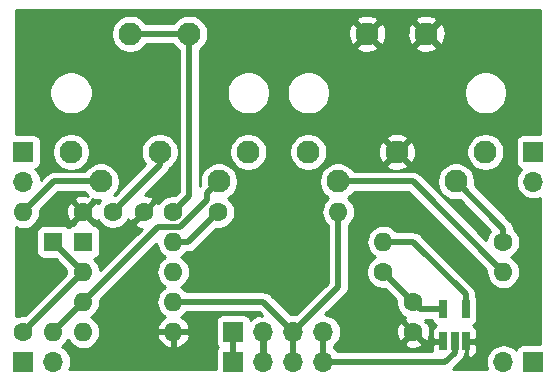
<source format=gbr>
G04 #@! TF.GenerationSoftware,KiCad,Pcbnew,(5.0.0)*
G04 #@! TF.CreationDate,2020-09-09T22:39:44-04:00*
G04 #@! TF.ProjectId,breadboard_midi,6272656164626F6172645F6D6964692E,rev?*
G04 #@! TF.SameCoordinates,Original*
G04 #@! TF.FileFunction,Copper,L1,Top,Signal*
G04 #@! TF.FilePolarity,Positive*
%FSLAX46Y46*%
G04 Gerber Fmt 4.6, Leading zero omitted, Abs format (unit mm)*
G04 Created by KiCad (PCBNEW (5.0.0)) date 09/09/20 22:39:45*
%MOMM*%
%LPD*%
G01*
G04 APERTURE LIST*
G04 #@! TA.AperFunction,ComponentPad*
%ADD10O,1.700000X1.700000*%
G04 #@! TD*
G04 #@! TA.AperFunction,ComponentPad*
%ADD11R,1.700000X1.700000*%
G04 #@! TD*
G04 #@! TA.AperFunction,ComponentPad*
%ADD12O,1.600000X1.600000*%
G04 #@! TD*
G04 #@! TA.AperFunction,ComponentPad*
%ADD13R,1.600000X1.600000*%
G04 #@! TD*
G04 #@! TA.AperFunction,ComponentPad*
%ADD14C,1.950000*%
G04 #@! TD*
G04 #@! TA.AperFunction,SMDPad,CuDef*
%ADD15R,0.650000X1.560000*%
G04 #@! TD*
G04 #@! TA.AperFunction,ComponentPad*
%ADD16C,1.600000*%
G04 #@! TD*
G04 #@! TA.AperFunction,Conductor*
%ADD17C,0.500000*%
G04 #@! TD*
G04 #@! TA.AperFunction,Conductor*
%ADD18C,0.254000*%
G04 #@! TD*
G04 APERTURE END LIST*
D10*
G04 #@! TO.P,J4,4*
G04 #@! TO.N,/MIDI_OUT*
X152400000Y-111760000D03*
G04 #@! TO.P,J4,3*
G04 #@! TO.N,/MIDI_IN*
X149860000Y-111760000D03*
G04 #@! TO.P,J4,2*
G04 #@! TO.N,GND*
X147320000Y-111760000D03*
D11*
G04 #@! TO.P,J4,1*
G04 #@! TO.N,+5V*
X144780000Y-111760000D03*
G04 #@! TD*
D12*
G04 #@! TO.P,D1,2*
G04 #@! TO.N,Net-(D1-Pad2)*
X129540000Y-111760000D03*
D13*
G04 #@! TO.P,D1,1*
G04 #@! TO.N,Net-(D1-Pad1)*
X129540000Y-104140000D03*
G04 #@! TD*
D12*
G04 #@! TO.P,U1,8*
G04 #@! TO.N,+5V*
X139700000Y-104140000D03*
G04 #@! TO.P,U1,4*
G04 #@! TO.N,Net-(U1-Pad4)*
X132080000Y-111760000D03*
G04 #@! TO.P,U1,7*
G04 #@! TO.N,Net-(U1-Pad7)*
X139700000Y-106680000D03*
G04 #@! TO.P,U1,3*
G04 #@! TO.N,Net-(D1-Pad2)*
X132080000Y-109220000D03*
G04 #@! TO.P,U1,6*
G04 #@! TO.N,/MIDI_IN*
X139700000Y-109220000D03*
G04 #@! TO.P,U1,2*
G04 #@! TO.N,Net-(D1-Pad1)*
X132080000Y-106680000D03*
G04 #@! TO.P,U1,5*
G04 #@! TO.N,GND*
X139700000Y-111760000D03*
D13*
G04 #@! TO.P,U1,1*
G04 #@! TO.N,Net-(U1-Pad1)*
X132080000Y-104140000D03*
G04 #@! TD*
D10*
G04 #@! TO.P,REF\002A\002A,2*
G04 #@! TO.N,N/C*
X129540000Y-114300000D03*
D11*
G04 #@! TO.P,REF\002A\002A,1*
X127000000Y-114300000D03*
G04 #@! TD*
G04 #@! TO.P,REF\002A\002A,1*
G04 #@! TO.N,N/C*
X127000000Y-96520000D03*
D10*
G04 #@! TO.P,REF\002A\002A,2*
X127000000Y-99060000D03*
G04 #@! TD*
D14*
G04 #@! TO.P,J2,S2*
G04 #@! TO.N,GND*
X156130000Y-86520000D03*
G04 #@! TO.P,J2,S1*
X161130000Y-86520000D03*
G04 #@! TO.P,J2,3*
G04 #@! TO.N,Net-(J2-Pad3)*
X166130000Y-96520000D03*
G04 #@! TO.P,J2,5*
G04 #@! TO.N,Net-(J2-Pad5)*
X163630000Y-99020000D03*
G04 #@! TO.P,J2,1*
G04 #@! TO.N,Net-(J2-Pad1)*
X151130000Y-96520000D03*
G04 #@! TO.P,J2,4*
G04 #@! TO.N,Net-(J2-Pad4)*
X153630000Y-99020000D03*
G04 #@! TO.P,J2,2*
G04 #@! TO.N,GND*
X158630000Y-96520000D03*
G04 #@! TD*
D11*
G04 #@! TO.P,REF\002A\002A,1*
G04 #@! TO.N,N/C*
X170180000Y-114300000D03*
D10*
G04 #@! TO.P,REF\002A\002A,2*
X167640000Y-114300000D03*
G04 #@! TD*
G04 #@! TO.P,REF\002A\002A,2*
G04 #@! TO.N,N/C*
X170180000Y-99060000D03*
D11*
G04 #@! TO.P,REF\002A\002A,1*
X170180000Y-96520000D03*
G04 #@! TD*
D15*
G04 #@! TO.P,U2,5*
G04 #@! TO.N,+5V*
X162560000Y-109860000D03*
G04 #@! TO.P,U2,4*
G04 #@! TO.N,Net-(R3-Pad2)*
X164460000Y-109860000D03*
G04 #@! TO.P,U2,3*
G04 #@! TO.N,GND*
X164460000Y-112560000D03*
G04 #@! TO.P,U2,2*
G04 #@! TO.N,/MIDI_OUT*
X163510000Y-112560000D03*
G04 #@! TO.P,U2,1*
G04 #@! TO.N,GND*
X162560000Y-112560000D03*
G04 #@! TD*
D12*
G04 #@! TO.P,R4,2*
G04 #@! TO.N,Net-(J2-Pad4)*
X167640000Y-106680000D03*
D16*
G04 #@! TO.P,R4,1*
G04 #@! TO.N,+5V*
X157480000Y-106680000D03*
G04 #@! TD*
D12*
G04 #@! TO.P,R3,2*
G04 #@! TO.N,Net-(R3-Pad2)*
X157480000Y-104140000D03*
D16*
G04 #@! TO.P,R3,1*
G04 #@! TO.N,Net-(J2-Pad5)*
X167640000Y-104140000D03*
G04 #@! TD*
D12*
G04 #@! TO.P,R2,2*
G04 #@! TO.N,Net-(J1-Pad4)*
X127000000Y-101600000D03*
D16*
G04 #@! TO.P,R2,1*
G04 #@! TO.N,Net-(D1-Pad1)*
X127000000Y-111760000D03*
G04 #@! TD*
D12*
G04 #@! TO.P,R1,2*
G04 #@! TO.N,/MIDI_IN*
X153670000Y-101600000D03*
D16*
G04 #@! TO.P,R1,1*
G04 #@! TO.N,+5V*
X143510000Y-101600000D03*
G04 #@! TD*
D10*
G04 #@! TO.P,J3,4*
G04 #@! TO.N,/MIDI_OUT*
X152400000Y-114300000D03*
G04 #@! TO.P,J3,3*
G04 #@! TO.N,/MIDI_IN*
X149860000Y-114300000D03*
G04 #@! TO.P,J3,2*
G04 #@! TO.N,GND*
X147320000Y-114300000D03*
D11*
G04 #@! TO.P,J3,1*
G04 #@! TO.N,+5V*
X144780000Y-114300000D03*
G04 #@! TD*
D14*
G04 #@! TO.P,J1,S2*
G04 #@! TO.N,Net-(C2-Pad1)*
X136050000Y-86520000D03*
G04 #@! TO.P,J1,S1*
X141050000Y-86520000D03*
G04 #@! TO.P,J1,3*
G04 #@! TO.N,Net-(J1-Pad3)*
X146050000Y-96520000D03*
G04 #@! TO.P,J1,5*
G04 #@! TO.N,Net-(D1-Pad2)*
X143550000Y-99020000D03*
G04 #@! TO.P,J1,1*
G04 #@! TO.N,Net-(J1-Pad1)*
X131050000Y-96520000D03*
G04 #@! TO.P,J1,4*
G04 #@! TO.N,Net-(J1-Pad4)*
X133550000Y-99020000D03*
G04 #@! TO.P,J1,2*
G04 #@! TO.N,Net-(C1-Pad1)*
X138550000Y-96520000D03*
G04 #@! TD*
D16*
G04 #@! TO.P,C3,2*
G04 #@! TO.N,+5V*
X160020000Y-109260000D03*
G04 #@! TO.P,C3,1*
G04 #@! TO.N,GND*
X160020000Y-111760000D03*
G04 #@! TD*
G04 #@! TO.P,C2,2*
G04 #@! TO.N,GND*
X137200000Y-101600000D03*
G04 #@! TO.P,C2,1*
G04 #@! TO.N,Net-(C2-Pad1)*
X139700000Y-101600000D03*
G04 #@! TD*
G04 #@! TO.P,C1,2*
G04 #@! TO.N,GND*
X132080000Y-101600000D03*
G04 #@! TO.P,C1,1*
G04 #@! TO.N,Net-(C1-Pad1)*
X134580000Y-101600000D03*
G04 #@! TD*
D17*
G04 #@! TO.N,GND*
X147320000Y-114300000D02*
X147320000Y-111760000D01*
G04 #@! TO.N,Net-(C1-Pad1)*
X138550000Y-97630000D02*
X138550000Y-96520000D01*
X134580000Y-101600000D02*
X138550000Y-97630000D01*
G04 #@! TO.N,Net-(C2-Pad1)*
X136050000Y-86520000D02*
X141050000Y-86520000D01*
X141050000Y-100250000D02*
X141050000Y-86520000D01*
X139700000Y-101600000D02*
X141050000Y-100250000D01*
G04 #@! TO.N,+5V*
X157480000Y-106720000D02*
X160020000Y-109260000D01*
X157480000Y-106680000D02*
X157480000Y-106720000D01*
X160620000Y-109860000D02*
X160020000Y-109260000D01*
X162560000Y-109860000D02*
X160620000Y-109860000D01*
X144780000Y-114300000D02*
X144780000Y-111760000D01*
X140970000Y-104140000D02*
X143510000Y-101600000D01*
X139700000Y-104140000D02*
X140970000Y-104140000D01*
G04 #@! TO.N,Net-(D1-Pad2)*
X129540000Y-111760000D02*
X132080000Y-109220000D01*
X138410001Y-102889999D02*
X132879999Y-108420001D01*
X142575001Y-100575001D02*
X140260003Y-102889999D01*
X132879999Y-108420001D02*
X132080000Y-109220000D01*
X142575001Y-99994999D02*
X142575001Y-100575001D01*
X140260003Y-102889999D02*
X138410001Y-102889999D01*
X143550000Y-99020000D02*
X142575001Y-99994999D01*
G04 #@! TO.N,Net-(D1-Pad1)*
X129540000Y-104140000D02*
X132080000Y-106680000D01*
X127000000Y-111760000D02*
X132080000Y-106680000D01*
G04 #@! TO.N,Net-(J1-Pad4)*
X129580000Y-99020000D02*
X133550000Y-99020000D01*
X127000000Y-101600000D02*
X129580000Y-99020000D01*
G04 #@! TO.N,Net-(J2-Pad5)*
X167640000Y-103030000D02*
X167640000Y-104140000D01*
X163630000Y-99020000D02*
X167640000Y-103030000D01*
G04 #@! TO.N,Net-(J2-Pad4)*
X159980000Y-99020000D02*
X167640000Y-106680000D01*
X153630000Y-99020000D02*
X159980000Y-99020000D01*
G04 #@! TO.N,/MIDI_OUT*
X153602081Y-114300000D02*
X152400000Y-114300000D01*
X162735002Y-114300000D02*
X153602081Y-114300000D01*
X163510000Y-113525002D02*
X162735002Y-114300000D01*
X163510000Y-112560000D02*
X163510000Y-113525002D01*
X152400000Y-114300000D02*
X152400000Y-111760000D01*
G04 #@! TO.N,/MIDI_IN*
X149860000Y-111760000D02*
X149860000Y-114300000D01*
X147320000Y-109220000D02*
X149860000Y-111760000D01*
X139700000Y-109220000D02*
X147320000Y-109220000D01*
X153670000Y-107950000D02*
X149860000Y-111760000D01*
X153670000Y-101600000D02*
X153670000Y-107950000D01*
G04 #@! TO.N,Net-(R3-Pad2)*
X164460000Y-108580000D02*
X164460000Y-109860000D01*
X160020000Y-104140000D02*
X164460000Y-108580000D01*
X157480000Y-104140000D02*
X160020000Y-104140000D01*
G04 #@! TD*
D18*
G04 #@! TO.N,GND*
G36*
X170765000Y-95031928D02*
X169330000Y-95031928D01*
X169205518Y-95044188D01*
X169085820Y-95080498D01*
X168975506Y-95139463D01*
X168878815Y-95218815D01*
X168799463Y-95315506D01*
X168740498Y-95425820D01*
X168704188Y-95545518D01*
X168691928Y-95670000D01*
X168691928Y-97370000D01*
X168704188Y-97494482D01*
X168740498Y-97614180D01*
X168799463Y-97724494D01*
X168878815Y-97821185D01*
X168975506Y-97900537D01*
X169085820Y-97959502D01*
X169154687Y-97980393D01*
X169124866Y-98004866D01*
X168939294Y-98230986D01*
X168801401Y-98488966D01*
X168716487Y-98768889D01*
X168687815Y-99060000D01*
X168716487Y-99351111D01*
X168801401Y-99631034D01*
X168939294Y-99889014D01*
X169124866Y-100115134D01*
X169350986Y-100300706D01*
X169608966Y-100438599D01*
X169888889Y-100523513D01*
X170107050Y-100545000D01*
X170252950Y-100545000D01*
X170471111Y-100523513D01*
X170751034Y-100438599D01*
X170765001Y-100431134D01*
X170765001Y-112811928D01*
X169330000Y-112811928D01*
X169205518Y-112824188D01*
X169085820Y-112860498D01*
X168975506Y-112919463D01*
X168878815Y-112998815D01*
X168799463Y-113095506D01*
X168740498Y-113205820D01*
X168719607Y-113274687D01*
X168695134Y-113244866D01*
X168469014Y-113059294D01*
X168211034Y-112921401D01*
X167931111Y-112836487D01*
X167712950Y-112815000D01*
X167567050Y-112815000D01*
X167348889Y-112836487D01*
X167068966Y-112921401D01*
X166810986Y-113059294D01*
X166584866Y-113244866D01*
X166399294Y-113470986D01*
X166261401Y-113728966D01*
X166176487Y-114008889D01*
X166147815Y-114300000D01*
X166176487Y-114591111D01*
X166261401Y-114871034D01*
X166268866Y-114885000D01*
X163401580Y-114885000D01*
X164105049Y-114181532D01*
X164138817Y-114153819D01*
X164249411Y-114019061D01*
X164281147Y-113959687D01*
X164331589Y-113865316D01*
X164382195Y-113698492D01*
X164385124Y-113668748D01*
X164386440Y-113655387D01*
X164424502Y-113584180D01*
X164460812Y-113464482D01*
X164473072Y-113340000D01*
X164473072Y-112687000D01*
X164587000Y-112687000D01*
X164587000Y-113816250D01*
X164745750Y-113975000D01*
X164847542Y-113975000D01*
X164970223Y-113950597D01*
X165085785Y-113902730D01*
X165189789Y-113833237D01*
X165278237Y-113744789D01*
X165347730Y-113640785D01*
X165395597Y-113525223D01*
X165420000Y-113402542D01*
X165420000Y-112845750D01*
X165261250Y-112687000D01*
X164587000Y-112687000D01*
X164473072Y-112687000D01*
X164473072Y-112413000D01*
X164587000Y-112413000D01*
X164587000Y-112433000D01*
X165261250Y-112433000D01*
X165420000Y-112274250D01*
X165420000Y-111717458D01*
X165395597Y-111594777D01*
X165347730Y-111479215D01*
X165278237Y-111375211D01*
X165189789Y-111286763D01*
X165085785Y-111217270D01*
X165066786Y-111209401D01*
X165139494Y-111170537D01*
X165236185Y-111091185D01*
X165315537Y-110994494D01*
X165374502Y-110884180D01*
X165410812Y-110764482D01*
X165423072Y-110640000D01*
X165423072Y-109080000D01*
X165410812Y-108955518D01*
X165374502Y-108835820D01*
X165345000Y-108780627D01*
X165345000Y-108623465D01*
X165349281Y-108579999D01*
X165345000Y-108536533D01*
X165345000Y-108536523D01*
X165332195Y-108406510D01*
X165281589Y-108239687D01*
X165199411Y-108085941D01*
X165088817Y-107951183D01*
X165055050Y-107923472D01*
X160676532Y-103544954D01*
X160648817Y-103511183D01*
X160514059Y-103400589D01*
X160360313Y-103318411D01*
X160193490Y-103267805D01*
X160063477Y-103255000D01*
X160063469Y-103255000D01*
X160020000Y-103250719D01*
X159976531Y-103255000D01*
X158610078Y-103255000D01*
X158499608Y-103120392D01*
X158281101Y-102941068D01*
X158031808Y-102807818D01*
X157761309Y-102725764D01*
X157550492Y-102705000D01*
X157409508Y-102705000D01*
X157198691Y-102725764D01*
X156928192Y-102807818D01*
X156678899Y-102941068D01*
X156460392Y-103120392D01*
X156281068Y-103338899D01*
X156147818Y-103588192D01*
X156065764Y-103858691D01*
X156038057Y-104140000D01*
X156065764Y-104421309D01*
X156147818Y-104691808D01*
X156281068Y-104941101D01*
X156460392Y-105159608D01*
X156678899Y-105338932D01*
X156805029Y-105406350D01*
X156800273Y-105408320D01*
X156565241Y-105565363D01*
X156365363Y-105765241D01*
X156208320Y-106000273D01*
X156100147Y-106261426D01*
X156045000Y-106538665D01*
X156045000Y-106821335D01*
X156100147Y-107098574D01*
X156208320Y-107359727D01*
X156365363Y-107594759D01*
X156565241Y-107794637D01*
X156800273Y-107951680D01*
X157061426Y-108059853D01*
X157338665Y-108115000D01*
X157621335Y-108115000D01*
X157623075Y-108114654D01*
X158591983Y-109083561D01*
X158585000Y-109118665D01*
X158585000Y-109401335D01*
X158640147Y-109678574D01*
X158748320Y-109939727D01*
X158905363Y-110174759D01*
X159105241Y-110374637D01*
X159305869Y-110508692D01*
X159278486Y-110523329D01*
X159206903Y-110767298D01*
X160020000Y-111580395D01*
X160034143Y-111566253D01*
X160213748Y-111745858D01*
X160199605Y-111760000D01*
X161012702Y-112573097D01*
X161256671Y-112501514D01*
X161377571Y-112246004D01*
X161446300Y-111971816D01*
X161460217Y-111689488D01*
X161418787Y-111409870D01*
X161323603Y-111143708D01*
X161256671Y-111018486D01*
X161012704Y-110946903D01*
X161128977Y-110830630D01*
X161043347Y-110745000D01*
X161607269Y-110745000D01*
X161609188Y-110764482D01*
X161645498Y-110884180D01*
X161704463Y-110994494D01*
X161783815Y-111091185D01*
X161880506Y-111170537D01*
X161953214Y-111209401D01*
X161934215Y-111217270D01*
X161830211Y-111286763D01*
X161741763Y-111375211D01*
X161672270Y-111479215D01*
X161624403Y-111594777D01*
X161600000Y-111717458D01*
X161600000Y-112274250D01*
X161758750Y-112433000D01*
X162433000Y-112433000D01*
X162433000Y-112413000D01*
X162546928Y-112413000D01*
X162546928Y-112707000D01*
X162433000Y-112707000D01*
X162433000Y-112687000D01*
X161758750Y-112687000D01*
X161600000Y-112845750D01*
X161600000Y-113402542D01*
X161602478Y-113415000D01*
X153594759Y-113415000D01*
X153455134Y-113244866D01*
X153285000Y-113105241D01*
X153285000Y-112954759D01*
X153455134Y-112815134D01*
X153506370Y-112752702D01*
X159206903Y-112752702D01*
X159278486Y-112996671D01*
X159533996Y-113117571D01*
X159808184Y-113186300D01*
X160090512Y-113200217D01*
X160370130Y-113158787D01*
X160636292Y-113063603D01*
X160761514Y-112996671D01*
X160833097Y-112752702D01*
X160020000Y-111939605D01*
X159206903Y-112752702D01*
X153506370Y-112752702D01*
X153640706Y-112589014D01*
X153778599Y-112331034D01*
X153863513Y-112051111D01*
X153885240Y-111830512D01*
X158579783Y-111830512D01*
X158621213Y-112110130D01*
X158716397Y-112376292D01*
X158783329Y-112501514D01*
X159027298Y-112573097D01*
X159840395Y-111760000D01*
X159027298Y-110946903D01*
X158783329Y-111018486D01*
X158662429Y-111273996D01*
X158593700Y-111548184D01*
X158579783Y-111830512D01*
X153885240Y-111830512D01*
X153892185Y-111760000D01*
X153863513Y-111468889D01*
X153778599Y-111188966D01*
X153640706Y-110930986D01*
X153455134Y-110704866D01*
X153229014Y-110519294D01*
X152971034Y-110381401D01*
X152691111Y-110296487D01*
X152585494Y-110286085D01*
X154265049Y-108606530D01*
X154298817Y-108578817D01*
X154333527Y-108536524D01*
X154409411Y-108444059D01*
X154491589Y-108290314D01*
X154542195Y-108123490D01*
X154546509Y-108079688D01*
X154555000Y-107993477D01*
X154555000Y-107993469D01*
X154559281Y-107950000D01*
X154555000Y-107906531D01*
X154555000Y-102730078D01*
X154689608Y-102619608D01*
X154868932Y-102401101D01*
X155002182Y-102151808D01*
X155084236Y-101881309D01*
X155111943Y-101600000D01*
X155084236Y-101318691D01*
X155002182Y-101048192D01*
X154868932Y-100798899D01*
X154689608Y-100580392D01*
X154471101Y-100401068D01*
X154465494Y-100398071D01*
X154656315Y-100270569D01*
X154880569Y-100046315D01*
X154974992Y-99905000D01*
X159613422Y-99905000D01*
X166215125Y-106506704D01*
X166198057Y-106680000D01*
X166225764Y-106961309D01*
X166307818Y-107231808D01*
X166441068Y-107481101D01*
X166620392Y-107699608D01*
X166838899Y-107878932D01*
X167088192Y-108012182D01*
X167358691Y-108094236D01*
X167569508Y-108115000D01*
X167710492Y-108115000D01*
X167921309Y-108094236D01*
X168191808Y-108012182D01*
X168441101Y-107878932D01*
X168659608Y-107699608D01*
X168838932Y-107481101D01*
X168972182Y-107231808D01*
X169054236Y-106961309D01*
X169081943Y-106680000D01*
X169054236Y-106398691D01*
X168972182Y-106128192D01*
X168838932Y-105878899D01*
X168659608Y-105660392D01*
X168441101Y-105481068D01*
X168314971Y-105413650D01*
X168319727Y-105411680D01*
X168554759Y-105254637D01*
X168754637Y-105054759D01*
X168911680Y-104819727D01*
X169019853Y-104558574D01*
X169075000Y-104281335D01*
X169075000Y-103998665D01*
X169019853Y-103721426D01*
X168911680Y-103460273D01*
X168754637Y-103225241D01*
X168554759Y-103025363D01*
X168526997Y-103006813D01*
X168525000Y-102986533D01*
X168525000Y-102986523D01*
X168512195Y-102856510D01*
X168461589Y-102689687D01*
X168379411Y-102535941D01*
X168268817Y-102401183D01*
X168235050Y-102373472D01*
X165206843Y-99345265D01*
X165240000Y-99178571D01*
X165240000Y-98861429D01*
X165178129Y-98550380D01*
X165056763Y-98257379D01*
X164880569Y-97993685D01*
X164656315Y-97769431D01*
X164392621Y-97593237D01*
X164099620Y-97471871D01*
X163788571Y-97410000D01*
X163471429Y-97410000D01*
X163160380Y-97471871D01*
X162867379Y-97593237D01*
X162603685Y-97769431D01*
X162379431Y-97993685D01*
X162203237Y-98257379D01*
X162081871Y-98550380D01*
X162020000Y-98861429D01*
X162020000Y-99178571D01*
X162081871Y-99489620D01*
X162203237Y-99782621D01*
X162379431Y-100046315D01*
X162603685Y-100270569D01*
X162867379Y-100446763D01*
X163160380Y-100568129D01*
X163471429Y-100630000D01*
X163788571Y-100630000D01*
X163955265Y-100596843D01*
X166554513Y-103196091D01*
X166525363Y-103225241D01*
X166368320Y-103460273D01*
X166260147Y-103721426D01*
X166205870Y-103994291D01*
X160636534Y-98424956D01*
X160608817Y-98391183D01*
X160474059Y-98280589D01*
X160320313Y-98198411D01*
X160153490Y-98147805D01*
X160023477Y-98135000D01*
X160023469Y-98135000D01*
X159980000Y-98130719D01*
X159936531Y-98135000D01*
X158704714Y-98135000D01*
X159007733Y-98093074D01*
X159307367Y-97989156D01*
X159475234Y-97899429D01*
X159567979Y-97637584D01*
X158630000Y-96699605D01*
X157692021Y-97637584D01*
X157784766Y-97899429D01*
X158070120Y-98037820D01*
X158376990Y-98117883D01*
X158667451Y-98135000D01*
X154974992Y-98135000D01*
X154880569Y-97993685D01*
X154656315Y-97769431D01*
X154392621Y-97593237D01*
X154099620Y-97471871D01*
X153788571Y-97410000D01*
X153471429Y-97410000D01*
X153160380Y-97471871D01*
X152867379Y-97593237D01*
X152603685Y-97769431D01*
X152379431Y-97993685D01*
X152203237Y-98257379D01*
X152081871Y-98550380D01*
X152020000Y-98861429D01*
X152020000Y-99178571D01*
X152081871Y-99489620D01*
X152203237Y-99782621D01*
X152379431Y-100046315D01*
X152603685Y-100270569D01*
X152837525Y-100426816D01*
X152650392Y-100580392D01*
X152471068Y-100798899D01*
X152337818Y-101048192D01*
X152255764Y-101318691D01*
X152228057Y-101600000D01*
X152255764Y-101881309D01*
X152337818Y-102151808D01*
X152471068Y-102401101D01*
X152650392Y-102619608D01*
X152785000Y-102730078D01*
X152785001Y-107583420D01*
X150079034Y-110289388D01*
X149932950Y-110275000D01*
X149787050Y-110275000D01*
X149640967Y-110289388D01*
X147976532Y-108624954D01*
X147948817Y-108591183D01*
X147814059Y-108480589D01*
X147660313Y-108398411D01*
X147493490Y-108347805D01*
X147363477Y-108335000D01*
X147363469Y-108335000D01*
X147320000Y-108330719D01*
X147276531Y-108335000D01*
X140830078Y-108335000D01*
X140719608Y-108200392D01*
X140501101Y-108021068D01*
X140368142Y-107950000D01*
X140501101Y-107878932D01*
X140719608Y-107699608D01*
X140898932Y-107481101D01*
X141032182Y-107231808D01*
X141114236Y-106961309D01*
X141141943Y-106680000D01*
X141114236Y-106398691D01*
X141032182Y-106128192D01*
X140898932Y-105878899D01*
X140719608Y-105660392D01*
X140501101Y-105481068D01*
X140368142Y-105410000D01*
X140501101Y-105338932D01*
X140719608Y-105159608D01*
X140830078Y-105025000D01*
X140926531Y-105025000D01*
X140970000Y-105029281D01*
X141013469Y-105025000D01*
X141013477Y-105025000D01*
X141143490Y-105012195D01*
X141310313Y-104961589D01*
X141464059Y-104879411D01*
X141598817Y-104768817D01*
X141626534Y-104735044D01*
X143333561Y-103028017D01*
X143368665Y-103035000D01*
X143651335Y-103035000D01*
X143928574Y-102979853D01*
X144189727Y-102871680D01*
X144424759Y-102714637D01*
X144624637Y-102514759D01*
X144781680Y-102279727D01*
X144889853Y-102018574D01*
X144945000Y-101741335D01*
X144945000Y-101458665D01*
X144889853Y-101181426D01*
X144781680Y-100920273D01*
X144624637Y-100685241D01*
X144424759Y-100485363D01*
X144339805Y-100428599D01*
X144576315Y-100270569D01*
X144800569Y-100046315D01*
X144976763Y-99782621D01*
X145098129Y-99489620D01*
X145160000Y-99178571D01*
X145160000Y-98861429D01*
X145098129Y-98550380D01*
X144976763Y-98257379D01*
X144800569Y-97993685D01*
X144576315Y-97769431D01*
X144312621Y-97593237D01*
X144019620Y-97471871D01*
X143708571Y-97410000D01*
X143391429Y-97410000D01*
X143080380Y-97471871D01*
X142787379Y-97593237D01*
X142523685Y-97769431D01*
X142299431Y-97993685D01*
X142123237Y-98257379D01*
X142001871Y-98550380D01*
X141940000Y-98861429D01*
X141940000Y-99178571D01*
X141972949Y-99344217D01*
X141946184Y-99366182D01*
X141935000Y-99379810D01*
X141935000Y-96361429D01*
X144440000Y-96361429D01*
X144440000Y-96678571D01*
X144501871Y-96989620D01*
X144623237Y-97282621D01*
X144799431Y-97546315D01*
X145023685Y-97770569D01*
X145287379Y-97946763D01*
X145580380Y-98068129D01*
X145891429Y-98130000D01*
X146208571Y-98130000D01*
X146519620Y-98068129D01*
X146812621Y-97946763D01*
X147076315Y-97770569D01*
X147300569Y-97546315D01*
X147476763Y-97282621D01*
X147598129Y-96989620D01*
X147660000Y-96678571D01*
X147660000Y-96361429D01*
X149520000Y-96361429D01*
X149520000Y-96678571D01*
X149581871Y-96989620D01*
X149703237Y-97282621D01*
X149879431Y-97546315D01*
X150103685Y-97770569D01*
X150367379Y-97946763D01*
X150660380Y-98068129D01*
X150971429Y-98130000D01*
X151288571Y-98130000D01*
X151599620Y-98068129D01*
X151892621Y-97946763D01*
X152156315Y-97770569D01*
X152380569Y-97546315D01*
X152556763Y-97282621D01*
X152678129Y-96989620D01*
X152740000Y-96678571D01*
X152740000Y-96583584D01*
X157013460Y-96583584D01*
X157056926Y-96897733D01*
X157160844Y-97197367D01*
X157250571Y-97365234D01*
X157512416Y-97457979D01*
X158450395Y-96520000D01*
X158809605Y-96520000D01*
X159747584Y-97457979D01*
X160009429Y-97365234D01*
X160147820Y-97079880D01*
X160227883Y-96773010D01*
X160246540Y-96456416D01*
X160233398Y-96361429D01*
X164520000Y-96361429D01*
X164520000Y-96678571D01*
X164581871Y-96989620D01*
X164703237Y-97282621D01*
X164879431Y-97546315D01*
X165103685Y-97770569D01*
X165367379Y-97946763D01*
X165660380Y-98068129D01*
X165971429Y-98130000D01*
X166288571Y-98130000D01*
X166599620Y-98068129D01*
X166892621Y-97946763D01*
X167156315Y-97770569D01*
X167380569Y-97546315D01*
X167556763Y-97282621D01*
X167678129Y-96989620D01*
X167740000Y-96678571D01*
X167740000Y-96361429D01*
X167678129Y-96050380D01*
X167556763Y-95757379D01*
X167380569Y-95493685D01*
X167156315Y-95269431D01*
X166892621Y-95093237D01*
X166599620Y-94971871D01*
X166288571Y-94910000D01*
X165971429Y-94910000D01*
X165660380Y-94971871D01*
X165367379Y-95093237D01*
X165103685Y-95269431D01*
X164879431Y-95493685D01*
X164703237Y-95757379D01*
X164581871Y-96050380D01*
X164520000Y-96361429D01*
X160233398Y-96361429D01*
X160203074Y-96142267D01*
X160099156Y-95842633D01*
X160009429Y-95674766D01*
X159747584Y-95582021D01*
X158809605Y-96520000D01*
X158450395Y-96520000D01*
X157512416Y-95582021D01*
X157250571Y-95674766D01*
X157112180Y-95960120D01*
X157032117Y-96266990D01*
X157013460Y-96583584D01*
X152740000Y-96583584D01*
X152740000Y-96361429D01*
X152678129Y-96050380D01*
X152556763Y-95757379D01*
X152380569Y-95493685D01*
X152289300Y-95402416D01*
X157692021Y-95402416D01*
X158630000Y-96340395D01*
X159567979Y-95402416D01*
X159475234Y-95140571D01*
X159189880Y-95002180D01*
X158883010Y-94922117D01*
X158566416Y-94903460D01*
X158252267Y-94946926D01*
X157952633Y-95050844D01*
X157784766Y-95140571D01*
X157692021Y-95402416D01*
X152289300Y-95402416D01*
X152156315Y-95269431D01*
X151892621Y-95093237D01*
X151599620Y-94971871D01*
X151288571Y-94910000D01*
X150971429Y-94910000D01*
X150660380Y-94971871D01*
X150367379Y-95093237D01*
X150103685Y-95269431D01*
X149879431Y-95493685D01*
X149703237Y-95757379D01*
X149581871Y-96050380D01*
X149520000Y-96361429D01*
X147660000Y-96361429D01*
X147598129Y-96050380D01*
X147476763Y-95757379D01*
X147300569Y-95493685D01*
X147076315Y-95269431D01*
X146812621Y-95093237D01*
X146519620Y-94971871D01*
X146208571Y-94910000D01*
X145891429Y-94910000D01*
X145580380Y-94971871D01*
X145287379Y-95093237D01*
X145023685Y-95269431D01*
X144799431Y-95493685D01*
X144623237Y-95757379D01*
X144501871Y-96050380D01*
X144440000Y-96361429D01*
X141935000Y-96361429D01*
X141935000Y-91339268D01*
X144215000Y-91339268D01*
X144215000Y-91700732D01*
X144285518Y-92055250D01*
X144423844Y-92389199D01*
X144624662Y-92689744D01*
X144880256Y-92945338D01*
X145180801Y-93146156D01*
X145514750Y-93284482D01*
X145869268Y-93355000D01*
X146230732Y-93355000D01*
X146585250Y-93284482D01*
X146919199Y-93146156D01*
X147219744Y-92945338D01*
X147475338Y-92689744D01*
X147676156Y-92389199D01*
X147814482Y-92055250D01*
X147885000Y-91700732D01*
X147885000Y-91339268D01*
X149295000Y-91339268D01*
X149295000Y-91700732D01*
X149365518Y-92055250D01*
X149503844Y-92389199D01*
X149704662Y-92689744D01*
X149960256Y-92945338D01*
X150260801Y-93146156D01*
X150594750Y-93284482D01*
X150949268Y-93355000D01*
X151310732Y-93355000D01*
X151665250Y-93284482D01*
X151999199Y-93146156D01*
X152299744Y-92945338D01*
X152555338Y-92689744D01*
X152756156Y-92389199D01*
X152894482Y-92055250D01*
X152965000Y-91700732D01*
X152965000Y-91339268D01*
X164295000Y-91339268D01*
X164295000Y-91700732D01*
X164365518Y-92055250D01*
X164503844Y-92389199D01*
X164704662Y-92689744D01*
X164960256Y-92945338D01*
X165260801Y-93146156D01*
X165594750Y-93284482D01*
X165949268Y-93355000D01*
X166310732Y-93355000D01*
X166665250Y-93284482D01*
X166999199Y-93146156D01*
X167299744Y-92945338D01*
X167555338Y-92689744D01*
X167756156Y-92389199D01*
X167894482Y-92055250D01*
X167965000Y-91700732D01*
X167965000Y-91339268D01*
X167894482Y-90984750D01*
X167756156Y-90650801D01*
X167555338Y-90350256D01*
X167299744Y-90094662D01*
X166999199Y-89893844D01*
X166665250Y-89755518D01*
X166310732Y-89685000D01*
X165949268Y-89685000D01*
X165594750Y-89755518D01*
X165260801Y-89893844D01*
X164960256Y-90094662D01*
X164704662Y-90350256D01*
X164503844Y-90650801D01*
X164365518Y-90984750D01*
X164295000Y-91339268D01*
X152965000Y-91339268D01*
X152894482Y-90984750D01*
X152756156Y-90650801D01*
X152555338Y-90350256D01*
X152299744Y-90094662D01*
X151999199Y-89893844D01*
X151665250Y-89755518D01*
X151310732Y-89685000D01*
X150949268Y-89685000D01*
X150594750Y-89755518D01*
X150260801Y-89893844D01*
X149960256Y-90094662D01*
X149704662Y-90350256D01*
X149503844Y-90650801D01*
X149365518Y-90984750D01*
X149295000Y-91339268D01*
X147885000Y-91339268D01*
X147814482Y-90984750D01*
X147676156Y-90650801D01*
X147475338Y-90350256D01*
X147219744Y-90094662D01*
X146919199Y-89893844D01*
X146585250Y-89755518D01*
X146230732Y-89685000D01*
X145869268Y-89685000D01*
X145514750Y-89755518D01*
X145180801Y-89893844D01*
X144880256Y-90094662D01*
X144624662Y-90350256D01*
X144423844Y-90650801D01*
X144285518Y-90984750D01*
X144215000Y-91339268D01*
X141935000Y-91339268D01*
X141935000Y-87864992D01*
X142076315Y-87770569D01*
X142209300Y-87637584D01*
X155192021Y-87637584D01*
X155284766Y-87899429D01*
X155570120Y-88037820D01*
X155876990Y-88117883D01*
X156193584Y-88136540D01*
X156507733Y-88093074D01*
X156807367Y-87989156D01*
X156975234Y-87899429D01*
X157067979Y-87637584D01*
X160192021Y-87637584D01*
X160284766Y-87899429D01*
X160570120Y-88037820D01*
X160876990Y-88117883D01*
X161193584Y-88136540D01*
X161507733Y-88093074D01*
X161807367Y-87989156D01*
X161975234Y-87899429D01*
X162067979Y-87637584D01*
X161130000Y-86699605D01*
X160192021Y-87637584D01*
X157067979Y-87637584D01*
X156130000Y-86699605D01*
X155192021Y-87637584D01*
X142209300Y-87637584D01*
X142300569Y-87546315D01*
X142476763Y-87282621D01*
X142598129Y-86989620D01*
X142660000Y-86678571D01*
X142660000Y-86583584D01*
X154513460Y-86583584D01*
X154556926Y-86897733D01*
X154660844Y-87197367D01*
X154750571Y-87365234D01*
X155012416Y-87457979D01*
X155950395Y-86520000D01*
X156309605Y-86520000D01*
X157247584Y-87457979D01*
X157509429Y-87365234D01*
X157647820Y-87079880D01*
X157727883Y-86773010D01*
X157739045Y-86583584D01*
X159513460Y-86583584D01*
X159556926Y-86897733D01*
X159660844Y-87197367D01*
X159750571Y-87365234D01*
X160012416Y-87457979D01*
X160950395Y-86520000D01*
X161309605Y-86520000D01*
X162247584Y-87457979D01*
X162509429Y-87365234D01*
X162647820Y-87079880D01*
X162727883Y-86773010D01*
X162746540Y-86456416D01*
X162703074Y-86142267D01*
X162599156Y-85842633D01*
X162509429Y-85674766D01*
X162247584Y-85582021D01*
X161309605Y-86520000D01*
X160950395Y-86520000D01*
X160012416Y-85582021D01*
X159750571Y-85674766D01*
X159612180Y-85960120D01*
X159532117Y-86266990D01*
X159513460Y-86583584D01*
X157739045Y-86583584D01*
X157746540Y-86456416D01*
X157703074Y-86142267D01*
X157599156Y-85842633D01*
X157509429Y-85674766D01*
X157247584Y-85582021D01*
X156309605Y-86520000D01*
X155950395Y-86520000D01*
X155012416Y-85582021D01*
X154750571Y-85674766D01*
X154612180Y-85960120D01*
X154532117Y-86266990D01*
X154513460Y-86583584D01*
X142660000Y-86583584D01*
X142660000Y-86361429D01*
X142598129Y-86050380D01*
X142476763Y-85757379D01*
X142300569Y-85493685D01*
X142209300Y-85402416D01*
X155192021Y-85402416D01*
X156130000Y-86340395D01*
X157067979Y-85402416D01*
X160192021Y-85402416D01*
X161130000Y-86340395D01*
X162067979Y-85402416D01*
X161975234Y-85140571D01*
X161689880Y-85002180D01*
X161383010Y-84922117D01*
X161066416Y-84903460D01*
X160752267Y-84946926D01*
X160452633Y-85050844D01*
X160284766Y-85140571D01*
X160192021Y-85402416D01*
X157067979Y-85402416D01*
X156975234Y-85140571D01*
X156689880Y-85002180D01*
X156383010Y-84922117D01*
X156066416Y-84903460D01*
X155752267Y-84946926D01*
X155452633Y-85050844D01*
X155284766Y-85140571D01*
X155192021Y-85402416D01*
X142209300Y-85402416D01*
X142076315Y-85269431D01*
X141812621Y-85093237D01*
X141519620Y-84971871D01*
X141208571Y-84910000D01*
X140891429Y-84910000D01*
X140580380Y-84971871D01*
X140287379Y-85093237D01*
X140023685Y-85269431D01*
X139799431Y-85493685D01*
X139705008Y-85635000D01*
X137394992Y-85635000D01*
X137300569Y-85493685D01*
X137076315Y-85269431D01*
X136812621Y-85093237D01*
X136519620Y-84971871D01*
X136208571Y-84910000D01*
X135891429Y-84910000D01*
X135580380Y-84971871D01*
X135287379Y-85093237D01*
X135023685Y-85269431D01*
X134799431Y-85493685D01*
X134623237Y-85757379D01*
X134501871Y-86050380D01*
X134440000Y-86361429D01*
X134440000Y-86678571D01*
X134501871Y-86989620D01*
X134623237Y-87282621D01*
X134799431Y-87546315D01*
X135023685Y-87770569D01*
X135287379Y-87946763D01*
X135580380Y-88068129D01*
X135891429Y-88130000D01*
X136208571Y-88130000D01*
X136519620Y-88068129D01*
X136812621Y-87946763D01*
X137076315Y-87770569D01*
X137300569Y-87546315D01*
X137394992Y-87405000D01*
X139705008Y-87405000D01*
X139799431Y-87546315D01*
X140023685Y-87770569D01*
X140165001Y-87864993D01*
X140165000Y-99883421D01*
X139876439Y-100171983D01*
X139841335Y-100165000D01*
X139558665Y-100165000D01*
X139281426Y-100220147D01*
X139020273Y-100328320D01*
X138785241Y-100485363D01*
X138585363Y-100685241D01*
X138451308Y-100885869D01*
X138436671Y-100858486D01*
X138192702Y-100786903D01*
X137379605Y-101600000D01*
X137393748Y-101614143D01*
X137214143Y-101793748D01*
X137200000Y-101779605D01*
X136386903Y-102592702D01*
X136458486Y-102836671D01*
X136713996Y-102957571D01*
X136988184Y-103026300D01*
X137020527Y-103027894D01*
X133508178Y-106540244D01*
X133494236Y-106398691D01*
X133412182Y-106128192D01*
X133278932Y-105878899D01*
X133099608Y-105660392D01*
X132986518Y-105567581D01*
X133004482Y-105565812D01*
X133124180Y-105529502D01*
X133234494Y-105470537D01*
X133331185Y-105391185D01*
X133410537Y-105294494D01*
X133469502Y-105184180D01*
X133505812Y-105064482D01*
X133518072Y-104940000D01*
X133518072Y-103340000D01*
X133505812Y-103215518D01*
X133469502Y-103095820D01*
X133410537Y-102985506D01*
X133331185Y-102888815D01*
X133234494Y-102809463D01*
X133124180Y-102750498D01*
X133004482Y-102714188D01*
X132880000Y-102701928D01*
X132861049Y-102701928D01*
X132893097Y-102592702D01*
X132080000Y-101779605D01*
X131266903Y-102592702D01*
X131298951Y-102701928D01*
X131280000Y-102701928D01*
X131155518Y-102714188D01*
X131035820Y-102750498D01*
X130925506Y-102809463D01*
X130828815Y-102888815D01*
X130810000Y-102911741D01*
X130791185Y-102888815D01*
X130694494Y-102809463D01*
X130584180Y-102750498D01*
X130464482Y-102714188D01*
X130340000Y-102701928D01*
X128740000Y-102701928D01*
X128615518Y-102714188D01*
X128495820Y-102750498D01*
X128385506Y-102809463D01*
X128288815Y-102888815D01*
X128209463Y-102985506D01*
X128150498Y-103095820D01*
X128114188Y-103215518D01*
X128101928Y-103340000D01*
X128101928Y-104940000D01*
X128114188Y-105064482D01*
X128150498Y-105184180D01*
X128209463Y-105294494D01*
X128288815Y-105391185D01*
X128385506Y-105470537D01*
X128495820Y-105529502D01*
X128615518Y-105565812D01*
X128740000Y-105578072D01*
X129726494Y-105578072D01*
X130655125Y-106506704D01*
X130638057Y-106680000D01*
X130655125Y-106853296D01*
X127176439Y-110331983D01*
X127141335Y-110325000D01*
X126858665Y-110325000D01*
X126581426Y-110380147D01*
X126415000Y-110449083D01*
X126415000Y-102914440D01*
X126448192Y-102932182D01*
X126718691Y-103014236D01*
X126929508Y-103035000D01*
X127070492Y-103035000D01*
X127281309Y-103014236D01*
X127551808Y-102932182D01*
X127801101Y-102798932D01*
X128019608Y-102619608D01*
X128198932Y-102401101D01*
X128332182Y-102151808D01*
X128414236Y-101881309D01*
X128434998Y-101670512D01*
X130639783Y-101670512D01*
X130681213Y-101950130D01*
X130776397Y-102216292D01*
X130843329Y-102341514D01*
X131087298Y-102413097D01*
X131900395Y-101600000D01*
X131087298Y-100786903D01*
X130843329Y-100858486D01*
X130722429Y-101113996D01*
X130653700Y-101388184D01*
X130639783Y-101670512D01*
X128434998Y-101670512D01*
X128441943Y-101600000D01*
X128424875Y-101426704D01*
X129946579Y-99905000D01*
X132205008Y-99905000D01*
X132299431Y-100046315D01*
X132471975Y-100218859D01*
X132291816Y-100173700D01*
X132009488Y-100159783D01*
X131729870Y-100201213D01*
X131463708Y-100296397D01*
X131338486Y-100363329D01*
X131266903Y-100607298D01*
X132080000Y-101420395D01*
X132893097Y-100607298D01*
X132854104Y-100474402D01*
X133080380Y-100568129D01*
X133391429Y-100630000D01*
X133520604Y-100630000D01*
X133465363Y-100685241D01*
X133331308Y-100885869D01*
X133316671Y-100858486D01*
X133072702Y-100786903D01*
X132259605Y-101600000D01*
X133072702Y-102413097D01*
X133316671Y-102341514D01*
X133330324Y-102312659D01*
X133465363Y-102514759D01*
X133665241Y-102714637D01*
X133900273Y-102871680D01*
X134161426Y-102979853D01*
X134438665Y-103035000D01*
X134721335Y-103035000D01*
X134998574Y-102979853D01*
X135259727Y-102871680D01*
X135494759Y-102714637D01*
X135694637Y-102514759D01*
X135851680Y-102279727D01*
X135887852Y-102192399D01*
X135896397Y-102216292D01*
X135963329Y-102341514D01*
X136207298Y-102413097D01*
X137020395Y-101600000D01*
X137006253Y-101585858D01*
X137185858Y-101406253D01*
X137200000Y-101420395D01*
X138013097Y-100607298D01*
X137941514Y-100363329D01*
X137686004Y-100242429D01*
X137411816Y-100173700D01*
X137265110Y-100166468D01*
X139145050Y-98286528D01*
X139178817Y-98258817D01*
X139228392Y-98198411D01*
X139289411Y-98124059D01*
X139335506Y-98037820D01*
X139371589Y-97970313D01*
X139395540Y-97891359D01*
X139576315Y-97770569D01*
X139800569Y-97546315D01*
X139976763Y-97282621D01*
X140098129Y-96989620D01*
X140160000Y-96678571D01*
X140160000Y-96361429D01*
X140098129Y-96050380D01*
X139976763Y-95757379D01*
X139800569Y-95493685D01*
X139576315Y-95269431D01*
X139312621Y-95093237D01*
X139019620Y-94971871D01*
X138708571Y-94910000D01*
X138391429Y-94910000D01*
X138080380Y-94971871D01*
X137787379Y-95093237D01*
X137523685Y-95269431D01*
X137299431Y-95493685D01*
X137123237Y-95757379D01*
X137001871Y-96050380D01*
X136940000Y-96361429D01*
X136940000Y-96678571D01*
X137001871Y-96989620D01*
X137123237Y-97282621D01*
X137299431Y-97546315D01*
X137340769Y-97587653D01*
X134756439Y-100171983D01*
X134721335Y-100165000D01*
X134681884Y-100165000D01*
X134800569Y-100046315D01*
X134976763Y-99782621D01*
X135098129Y-99489620D01*
X135160000Y-99178571D01*
X135160000Y-98861429D01*
X135098129Y-98550380D01*
X134976763Y-98257379D01*
X134800569Y-97993685D01*
X134576315Y-97769431D01*
X134312621Y-97593237D01*
X134019620Y-97471871D01*
X133708571Y-97410000D01*
X133391429Y-97410000D01*
X133080380Y-97471871D01*
X132787379Y-97593237D01*
X132523685Y-97769431D01*
X132299431Y-97993685D01*
X132205008Y-98135000D01*
X129623469Y-98135000D01*
X129580000Y-98130719D01*
X129536531Y-98135000D01*
X129536523Y-98135000D01*
X129421306Y-98146348D01*
X129406509Y-98147805D01*
X129355903Y-98163157D01*
X129239687Y-98198411D01*
X129085941Y-98280589D01*
X129085939Y-98280590D01*
X129085940Y-98280590D01*
X128984953Y-98363468D01*
X128984951Y-98363470D01*
X128951183Y-98391183D01*
X128923470Y-98424951D01*
X128473915Y-98874506D01*
X128463513Y-98768889D01*
X128378599Y-98488966D01*
X128240706Y-98230986D01*
X128055134Y-98004866D01*
X128025313Y-97980393D01*
X128094180Y-97959502D01*
X128204494Y-97900537D01*
X128301185Y-97821185D01*
X128380537Y-97724494D01*
X128439502Y-97614180D01*
X128475812Y-97494482D01*
X128488072Y-97370000D01*
X128488072Y-96361429D01*
X129440000Y-96361429D01*
X129440000Y-96678571D01*
X129501871Y-96989620D01*
X129623237Y-97282621D01*
X129799431Y-97546315D01*
X130023685Y-97770569D01*
X130287379Y-97946763D01*
X130580380Y-98068129D01*
X130891429Y-98130000D01*
X131208571Y-98130000D01*
X131519620Y-98068129D01*
X131812621Y-97946763D01*
X132076315Y-97770569D01*
X132300569Y-97546315D01*
X132476763Y-97282621D01*
X132598129Y-96989620D01*
X132660000Y-96678571D01*
X132660000Y-96361429D01*
X132598129Y-96050380D01*
X132476763Y-95757379D01*
X132300569Y-95493685D01*
X132076315Y-95269431D01*
X131812621Y-95093237D01*
X131519620Y-94971871D01*
X131208571Y-94910000D01*
X130891429Y-94910000D01*
X130580380Y-94971871D01*
X130287379Y-95093237D01*
X130023685Y-95269431D01*
X129799431Y-95493685D01*
X129623237Y-95757379D01*
X129501871Y-96050380D01*
X129440000Y-96361429D01*
X128488072Y-96361429D01*
X128488072Y-95670000D01*
X128475812Y-95545518D01*
X128439502Y-95425820D01*
X128380537Y-95315506D01*
X128301185Y-95218815D01*
X128204494Y-95139463D01*
X128094180Y-95080498D01*
X127974482Y-95044188D01*
X127850000Y-95031928D01*
X126415000Y-95031928D01*
X126415000Y-91339268D01*
X129215000Y-91339268D01*
X129215000Y-91700732D01*
X129285518Y-92055250D01*
X129423844Y-92389199D01*
X129624662Y-92689744D01*
X129880256Y-92945338D01*
X130180801Y-93146156D01*
X130514750Y-93284482D01*
X130869268Y-93355000D01*
X131230732Y-93355000D01*
X131585250Y-93284482D01*
X131919199Y-93146156D01*
X132219744Y-92945338D01*
X132475338Y-92689744D01*
X132676156Y-92389199D01*
X132814482Y-92055250D01*
X132885000Y-91700732D01*
X132885000Y-91339268D01*
X132814482Y-90984750D01*
X132676156Y-90650801D01*
X132475338Y-90350256D01*
X132219744Y-90094662D01*
X131919199Y-89893844D01*
X131585250Y-89755518D01*
X131230732Y-89685000D01*
X130869268Y-89685000D01*
X130514750Y-89755518D01*
X130180801Y-89893844D01*
X129880256Y-90094662D01*
X129624662Y-90350256D01*
X129423844Y-90650801D01*
X129285518Y-90984750D01*
X129215000Y-91339268D01*
X126415000Y-91339268D01*
X126415000Y-84505000D01*
X170765000Y-84505000D01*
X170765000Y-95031928D01*
X170765000Y-95031928D01*
G37*
X170765000Y-95031928D02*
X169330000Y-95031928D01*
X169205518Y-95044188D01*
X169085820Y-95080498D01*
X168975506Y-95139463D01*
X168878815Y-95218815D01*
X168799463Y-95315506D01*
X168740498Y-95425820D01*
X168704188Y-95545518D01*
X168691928Y-95670000D01*
X168691928Y-97370000D01*
X168704188Y-97494482D01*
X168740498Y-97614180D01*
X168799463Y-97724494D01*
X168878815Y-97821185D01*
X168975506Y-97900537D01*
X169085820Y-97959502D01*
X169154687Y-97980393D01*
X169124866Y-98004866D01*
X168939294Y-98230986D01*
X168801401Y-98488966D01*
X168716487Y-98768889D01*
X168687815Y-99060000D01*
X168716487Y-99351111D01*
X168801401Y-99631034D01*
X168939294Y-99889014D01*
X169124866Y-100115134D01*
X169350986Y-100300706D01*
X169608966Y-100438599D01*
X169888889Y-100523513D01*
X170107050Y-100545000D01*
X170252950Y-100545000D01*
X170471111Y-100523513D01*
X170751034Y-100438599D01*
X170765001Y-100431134D01*
X170765001Y-112811928D01*
X169330000Y-112811928D01*
X169205518Y-112824188D01*
X169085820Y-112860498D01*
X168975506Y-112919463D01*
X168878815Y-112998815D01*
X168799463Y-113095506D01*
X168740498Y-113205820D01*
X168719607Y-113274687D01*
X168695134Y-113244866D01*
X168469014Y-113059294D01*
X168211034Y-112921401D01*
X167931111Y-112836487D01*
X167712950Y-112815000D01*
X167567050Y-112815000D01*
X167348889Y-112836487D01*
X167068966Y-112921401D01*
X166810986Y-113059294D01*
X166584866Y-113244866D01*
X166399294Y-113470986D01*
X166261401Y-113728966D01*
X166176487Y-114008889D01*
X166147815Y-114300000D01*
X166176487Y-114591111D01*
X166261401Y-114871034D01*
X166268866Y-114885000D01*
X163401580Y-114885000D01*
X164105049Y-114181532D01*
X164138817Y-114153819D01*
X164249411Y-114019061D01*
X164281147Y-113959687D01*
X164331589Y-113865316D01*
X164382195Y-113698492D01*
X164385124Y-113668748D01*
X164386440Y-113655387D01*
X164424502Y-113584180D01*
X164460812Y-113464482D01*
X164473072Y-113340000D01*
X164473072Y-112687000D01*
X164587000Y-112687000D01*
X164587000Y-113816250D01*
X164745750Y-113975000D01*
X164847542Y-113975000D01*
X164970223Y-113950597D01*
X165085785Y-113902730D01*
X165189789Y-113833237D01*
X165278237Y-113744789D01*
X165347730Y-113640785D01*
X165395597Y-113525223D01*
X165420000Y-113402542D01*
X165420000Y-112845750D01*
X165261250Y-112687000D01*
X164587000Y-112687000D01*
X164473072Y-112687000D01*
X164473072Y-112413000D01*
X164587000Y-112413000D01*
X164587000Y-112433000D01*
X165261250Y-112433000D01*
X165420000Y-112274250D01*
X165420000Y-111717458D01*
X165395597Y-111594777D01*
X165347730Y-111479215D01*
X165278237Y-111375211D01*
X165189789Y-111286763D01*
X165085785Y-111217270D01*
X165066786Y-111209401D01*
X165139494Y-111170537D01*
X165236185Y-111091185D01*
X165315537Y-110994494D01*
X165374502Y-110884180D01*
X165410812Y-110764482D01*
X165423072Y-110640000D01*
X165423072Y-109080000D01*
X165410812Y-108955518D01*
X165374502Y-108835820D01*
X165345000Y-108780627D01*
X165345000Y-108623465D01*
X165349281Y-108579999D01*
X165345000Y-108536533D01*
X165345000Y-108536523D01*
X165332195Y-108406510D01*
X165281589Y-108239687D01*
X165199411Y-108085941D01*
X165088817Y-107951183D01*
X165055050Y-107923472D01*
X160676532Y-103544954D01*
X160648817Y-103511183D01*
X160514059Y-103400589D01*
X160360313Y-103318411D01*
X160193490Y-103267805D01*
X160063477Y-103255000D01*
X160063469Y-103255000D01*
X160020000Y-103250719D01*
X159976531Y-103255000D01*
X158610078Y-103255000D01*
X158499608Y-103120392D01*
X158281101Y-102941068D01*
X158031808Y-102807818D01*
X157761309Y-102725764D01*
X157550492Y-102705000D01*
X157409508Y-102705000D01*
X157198691Y-102725764D01*
X156928192Y-102807818D01*
X156678899Y-102941068D01*
X156460392Y-103120392D01*
X156281068Y-103338899D01*
X156147818Y-103588192D01*
X156065764Y-103858691D01*
X156038057Y-104140000D01*
X156065764Y-104421309D01*
X156147818Y-104691808D01*
X156281068Y-104941101D01*
X156460392Y-105159608D01*
X156678899Y-105338932D01*
X156805029Y-105406350D01*
X156800273Y-105408320D01*
X156565241Y-105565363D01*
X156365363Y-105765241D01*
X156208320Y-106000273D01*
X156100147Y-106261426D01*
X156045000Y-106538665D01*
X156045000Y-106821335D01*
X156100147Y-107098574D01*
X156208320Y-107359727D01*
X156365363Y-107594759D01*
X156565241Y-107794637D01*
X156800273Y-107951680D01*
X157061426Y-108059853D01*
X157338665Y-108115000D01*
X157621335Y-108115000D01*
X157623075Y-108114654D01*
X158591983Y-109083561D01*
X158585000Y-109118665D01*
X158585000Y-109401335D01*
X158640147Y-109678574D01*
X158748320Y-109939727D01*
X158905363Y-110174759D01*
X159105241Y-110374637D01*
X159305869Y-110508692D01*
X159278486Y-110523329D01*
X159206903Y-110767298D01*
X160020000Y-111580395D01*
X160034143Y-111566253D01*
X160213748Y-111745858D01*
X160199605Y-111760000D01*
X161012702Y-112573097D01*
X161256671Y-112501514D01*
X161377571Y-112246004D01*
X161446300Y-111971816D01*
X161460217Y-111689488D01*
X161418787Y-111409870D01*
X161323603Y-111143708D01*
X161256671Y-111018486D01*
X161012704Y-110946903D01*
X161128977Y-110830630D01*
X161043347Y-110745000D01*
X161607269Y-110745000D01*
X161609188Y-110764482D01*
X161645498Y-110884180D01*
X161704463Y-110994494D01*
X161783815Y-111091185D01*
X161880506Y-111170537D01*
X161953214Y-111209401D01*
X161934215Y-111217270D01*
X161830211Y-111286763D01*
X161741763Y-111375211D01*
X161672270Y-111479215D01*
X161624403Y-111594777D01*
X161600000Y-111717458D01*
X161600000Y-112274250D01*
X161758750Y-112433000D01*
X162433000Y-112433000D01*
X162433000Y-112413000D01*
X162546928Y-112413000D01*
X162546928Y-112707000D01*
X162433000Y-112707000D01*
X162433000Y-112687000D01*
X161758750Y-112687000D01*
X161600000Y-112845750D01*
X161600000Y-113402542D01*
X161602478Y-113415000D01*
X153594759Y-113415000D01*
X153455134Y-113244866D01*
X153285000Y-113105241D01*
X153285000Y-112954759D01*
X153455134Y-112815134D01*
X153506370Y-112752702D01*
X159206903Y-112752702D01*
X159278486Y-112996671D01*
X159533996Y-113117571D01*
X159808184Y-113186300D01*
X160090512Y-113200217D01*
X160370130Y-113158787D01*
X160636292Y-113063603D01*
X160761514Y-112996671D01*
X160833097Y-112752702D01*
X160020000Y-111939605D01*
X159206903Y-112752702D01*
X153506370Y-112752702D01*
X153640706Y-112589014D01*
X153778599Y-112331034D01*
X153863513Y-112051111D01*
X153885240Y-111830512D01*
X158579783Y-111830512D01*
X158621213Y-112110130D01*
X158716397Y-112376292D01*
X158783329Y-112501514D01*
X159027298Y-112573097D01*
X159840395Y-111760000D01*
X159027298Y-110946903D01*
X158783329Y-111018486D01*
X158662429Y-111273996D01*
X158593700Y-111548184D01*
X158579783Y-111830512D01*
X153885240Y-111830512D01*
X153892185Y-111760000D01*
X153863513Y-111468889D01*
X153778599Y-111188966D01*
X153640706Y-110930986D01*
X153455134Y-110704866D01*
X153229014Y-110519294D01*
X152971034Y-110381401D01*
X152691111Y-110296487D01*
X152585494Y-110286085D01*
X154265049Y-108606530D01*
X154298817Y-108578817D01*
X154333527Y-108536524D01*
X154409411Y-108444059D01*
X154491589Y-108290314D01*
X154542195Y-108123490D01*
X154546509Y-108079688D01*
X154555000Y-107993477D01*
X154555000Y-107993469D01*
X154559281Y-107950000D01*
X154555000Y-107906531D01*
X154555000Y-102730078D01*
X154689608Y-102619608D01*
X154868932Y-102401101D01*
X155002182Y-102151808D01*
X155084236Y-101881309D01*
X155111943Y-101600000D01*
X155084236Y-101318691D01*
X155002182Y-101048192D01*
X154868932Y-100798899D01*
X154689608Y-100580392D01*
X154471101Y-100401068D01*
X154465494Y-100398071D01*
X154656315Y-100270569D01*
X154880569Y-100046315D01*
X154974992Y-99905000D01*
X159613422Y-99905000D01*
X166215125Y-106506704D01*
X166198057Y-106680000D01*
X166225764Y-106961309D01*
X166307818Y-107231808D01*
X166441068Y-107481101D01*
X166620392Y-107699608D01*
X166838899Y-107878932D01*
X167088192Y-108012182D01*
X167358691Y-108094236D01*
X167569508Y-108115000D01*
X167710492Y-108115000D01*
X167921309Y-108094236D01*
X168191808Y-108012182D01*
X168441101Y-107878932D01*
X168659608Y-107699608D01*
X168838932Y-107481101D01*
X168972182Y-107231808D01*
X169054236Y-106961309D01*
X169081943Y-106680000D01*
X169054236Y-106398691D01*
X168972182Y-106128192D01*
X168838932Y-105878899D01*
X168659608Y-105660392D01*
X168441101Y-105481068D01*
X168314971Y-105413650D01*
X168319727Y-105411680D01*
X168554759Y-105254637D01*
X168754637Y-105054759D01*
X168911680Y-104819727D01*
X169019853Y-104558574D01*
X169075000Y-104281335D01*
X169075000Y-103998665D01*
X169019853Y-103721426D01*
X168911680Y-103460273D01*
X168754637Y-103225241D01*
X168554759Y-103025363D01*
X168526997Y-103006813D01*
X168525000Y-102986533D01*
X168525000Y-102986523D01*
X168512195Y-102856510D01*
X168461589Y-102689687D01*
X168379411Y-102535941D01*
X168268817Y-102401183D01*
X168235050Y-102373472D01*
X165206843Y-99345265D01*
X165240000Y-99178571D01*
X165240000Y-98861429D01*
X165178129Y-98550380D01*
X165056763Y-98257379D01*
X164880569Y-97993685D01*
X164656315Y-97769431D01*
X164392621Y-97593237D01*
X164099620Y-97471871D01*
X163788571Y-97410000D01*
X163471429Y-97410000D01*
X163160380Y-97471871D01*
X162867379Y-97593237D01*
X162603685Y-97769431D01*
X162379431Y-97993685D01*
X162203237Y-98257379D01*
X162081871Y-98550380D01*
X162020000Y-98861429D01*
X162020000Y-99178571D01*
X162081871Y-99489620D01*
X162203237Y-99782621D01*
X162379431Y-100046315D01*
X162603685Y-100270569D01*
X162867379Y-100446763D01*
X163160380Y-100568129D01*
X163471429Y-100630000D01*
X163788571Y-100630000D01*
X163955265Y-100596843D01*
X166554513Y-103196091D01*
X166525363Y-103225241D01*
X166368320Y-103460273D01*
X166260147Y-103721426D01*
X166205870Y-103994291D01*
X160636534Y-98424956D01*
X160608817Y-98391183D01*
X160474059Y-98280589D01*
X160320313Y-98198411D01*
X160153490Y-98147805D01*
X160023477Y-98135000D01*
X160023469Y-98135000D01*
X159980000Y-98130719D01*
X159936531Y-98135000D01*
X158704714Y-98135000D01*
X159007733Y-98093074D01*
X159307367Y-97989156D01*
X159475234Y-97899429D01*
X159567979Y-97637584D01*
X158630000Y-96699605D01*
X157692021Y-97637584D01*
X157784766Y-97899429D01*
X158070120Y-98037820D01*
X158376990Y-98117883D01*
X158667451Y-98135000D01*
X154974992Y-98135000D01*
X154880569Y-97993685D01*
X154656315Y-97769431D01*
X154392621Y-97593237D01*
X154099620Y-97471871D01*
X153788571Y-97410000D01*
X153471429Y-97410000D01*
X153160380Y-97471871D01*
X152867379Y-97593237D01*
X152603685Y-97769431D01*
X152379431Y-97993685D01*
X152203237Y-98257379D01*
X152081871Y-98550380D01*
X152020000Y-98861429D01*
X152020000Y-99178571D01*
X152081871Y-99489620D01*
X152203237Y-99782621D01*
X152379431Y-100046315D01*
X152603685Y-100270569D01*
X152837525Y-100426816D01*
X152650392Y-100580392D01*
X152471068Y-100798899D01*
X152337818Y-101048192D01*
X152255764Y-101318691D01*
X152228057Y-101600000D01*
X152255764Y-101881309D01*
X152337818Y-102151808D01*
X152471068Y-102401101D01*
X152650392Y-102619608D01*
X152785000Y-102730078D01*
X152785001Y-107583420D01*
X150079034Y-110289388D01*
X149932950Y-110275000D01*
X149787050Y-110275000D01*
X149640967Y-110289388D01*
X147976532Y-108624954D01*
X147948817Y-108591183D01*
X147814059Y-108480589D01*
X147660313Y-108398411D01*
X147493490Y-108347805D01*
X147363477Y-108335000D01*
X147363469Y-108335000D01*
X147320000Y-108330719D01*
X147276531Y-108335000D01*
X140830078Y-108335000D01*
X140719608Y-108200392D01*
X140501101Y-108021068D01*
X140368142Y-107950000D01*
X140501101Y-107878932D01*
X140719608Y-107699608D01*
X140898932Y-107481101D01*
X141032182Y-107231808D01*
X141114236Y-106961309D01*
X141141943Y-106680000D01*
X141114236Y-106398691D01*
X141032182Y-106128192D01*
X140898932Y-105878899D01*
X140719608Y-105660392D01*
X140501101Y-105481068D01*
X140368142Y-105410000D01*
X140501101Y-105338932D01*
X140719608Y-105159608D01*
X140830078Y-105025000D01*
X140926531Y-105025000D01*
X140970000Y-105029281D01*
X141013469Y-105025000D01*
X141013477Y-105025000D01*
X141143490Y-105012195D01*
X141310313Y-104961589D01*
X141464059Y-104879411D01*
X141598817Y-104768817D01*
X141626534Y-104735044D01*
X143333561Y-103028017D01*
X143368665Y-103035000D01*
X143651335Y-103035000D01*
X143928574Y-102979853D01*
X144189727Y-102871680D01*
X144424759Y-102714637D01*
X144624637Y-102514759D01*
X144781680Y-102279727D01*
X144889853Y-102018574D01*
X144945000Y-101741335D01*
X144945000Y-101458665D01*
X144889853Y-101181426D01*
X144781680Y-100920273D01*
X144624637Y-100685241D01*
X144424759Y-100485363D01*
X144339805Y-100428599D01*
X144576315Y-100270569D01*
X144800569Y-100046315D01*
X144976763Y-99782621D01*
X145098129Y-99489620D01*
X145160000Y-99178571D01*
X145160000Y-98861429D01*
X145098129Y-98550380D01*
X144976763Y-98257379D01*
X144800569Y-97993685D01*
X144576315Y-97769431D01*
X144312621Y-97593237D01*
X144019620Y-97471871D01*
X143708571Y-97410000D01*
X143391429Y-97410000D01*
X143080380Y-97471871D01*
X142787379Y-97593237D01*
X142523685Y-97769431D01*
X142299431Y-97993685D01*
X142123237Y-98257379D01*
X142001871Y-98550380D01*
X141940000Y-98861429D01*
X141940000Y-99178571D01*
X141972949Y-99344217D01*
X141946184Y-99366182D01*
X141935000Y-99379810D01*
X141935000Y-96361429D01*
X144440000Y-96361429D01*
X144440000Y-96678571D01*
X144501871Y-96989620D01*
X144623237Y-97282621D01*
X144799431Y-97546315D01*
X145023685Y-97770569D01*
X145287379Y-97946763D01*
X145580380Y-98068129D01*
X145891429Y-98130000D01*
X146208571Y-98130000D01*
X146519620Y-98068129D01*
X146812621Y-97946763D01*
X147076315Y-97770569D01*
X147300569Y-97546315D01*
X147476763Y-97282621D01*
X147598129Y-96989620D01*
X147660000Y-96678571D01*
X147660000Y-96361429D01*
X149520000Y-96361429D01*
X149520000Y-96678571D01*
X149581871Y-96989620D01*
X149703237Y-97282621D01*
X149879431Y-97546315D01*
X150103685Y-97770569D01*
X150367379Y-97946763D01*
X150660380Y-98068129D01*
X150971429Y-98130000D01*
X151288571Y-98130000D01*
X151599620Y-98068129D01*
X151892621Y-97946763D01*
X152156315Y-97770569D01*
X152380569Y-97546315D01*
X152556763Y-97282621D01*
X152678129Y-96989620D01*
X152740000Y-96678571D01*
X152740000Y-96583584D01*
X157013460Y-96583584D01*
X157056926Y-96897733D01*
X157160844Y-97197367D01*
X157250571Y-97365234D01*
X157512416Y-97457979D01*
X158450395Y-96520000D01*
X158809605Y-96520000D01*
X159747584Y-97457979D01*
X160009429Y-97365234D01*
X160147820Y-97079880D01*
X160227883Y-96773010D01*
X160246540Y-96456416D01*
X160233398Y-96361429D01*
X164520000Y-96361429D01*
X164520000Y-96678571D01*
X164581871Y-96989620D01*
X164703237Y-97282621D01*
X164879431Y-97546315D01*
X165103685Y-97770569D01*
X165367379Y-97946763D01*
X165660380Y-98068129D01*
X165971429Y-98130000D01*
X166288571Y-98130000D01*
X166599620Y-98068129D01*
X166892621Y-97946763D01*
X167156315Y-97770569D01*
X167380569Y-97546315D01*
X167556763Y-97282621D01*
X167678129Y-96989620D01*
X167740000Y-96678571D01*
X167740000Y-96361429D01*
X167678129Y-96050380D01*
X167556763Y-95757379D01*
X167380569Y-95493685D01*
X167156315Y-95269431D01*
X166892621Y-95093237D01*
X166599620Y-94971871D01*
X166288571Y-94910000D01*
X165971429Y-94910000D01*
X165660380Y-94971871D01*
X165367379Y-95093237D01*
X165103685Y-95269431D01*
X164879431Y-95493685D01*
X164703237Y-95757379D01*
X164581871Y-96050380D01*
X164520000Y-96361429D01*
X160233398Y-96361429D01*
X160203074Y-96142267D01*
X160099156Y-95842633D01*
X160009429Y-95674766D01*
X159747584Y-95582021D01*
X158809605Y-96520000D01*
X158450395Y-96520000D01*
X157512416Y-95582021D01*
X157250571Y-95674766D01*
X157112180Y-95960120D01*
X157032117Y-96266990D01*
X157013460Y-96583584D01*
X152740000Y-96583584D01*
X152740000Y-96361429D01*
X152678129Y-96050380D01*
X152556763Y-95757379D01*
X152380569Y-95493685D01*
X152289300Y-95402416D01*
X157692021Y-95402416D01*
X158630000Y-96340395D01*
X159567979Y-95402416D01*
X159475234Y-95140571D01*
X159189880Y-95002180D01*
X158883010Y-94922117D01*
X158566416Y-94903460D01*
X158252267Y-94946926D01*
X157952633Y-95050844D01*
X157784766Y-95140571D01*
X157692021Y-95402416D01*
X152289300Y-95402416D01*
X152156315Y-95269431D01*
X151892621Y-95093237D01*
X151599620Y-94971871D01*
X151288571Y-94910000D01*
X150971429Y-94910000D01*
X150660380Y-94971871D01*
X150367379Y-95093237D01*
X150103685Y-95269431D01*
X149879431Y-95493685D01*
X149703237Y-95757379D01*
X149581871Y-96050380D01*
X149520000Y-96361429D01*
X147660000Y-96361429D01*
X147598129Y-96050380D01*
X147476763Y-95757379D01*
X147300569Y-95493685D01*
X147076315Y-95269431D01*
X146812621Y-95093237D01*
X146519620Y-94971871D01*
X146208571Y-94910000D01*
X145891429Y-94910000D01*
X145580380Y-94971871D01*
X145287379Y-95093237D01*
X145023685Y-95269431D01*
X144799431Y-95493685D01*
X144623237Y-95757379D01*
X144501871Y-96050380D01*
X144440000Y-96361429D01*
X141935000Y-96361429D01*
X141935000Y-91339268D01*
X144215000Y-91339268D01*
X144215000Y-91700732D01*
X144285518Y-92055250D01*
X144423844Y-92389199D01*
X144624662Y-92689744D01*
X144880256Y-92945338D01*
X145180801Y-93146156D01*
X145514750Y-93284482D01*
X145869268Y-93355000D01*
X146230732Y-93355000D01*
X146585250Y-93284482D01*
X146919199Y-93146156D01*
X147219744Y-92945338D01*
X147475338Y-92689744D01*
X147676156Y-92389199D01*
X147814482Y-92055250D01*
X147885000Y-91700732D01*
X147885000Y-91339268D01*
X149295000Y-91339268D01*
X149295000Y-91700732D01*
X149365518Y-92055250D01*
X149503844Y-92389199D01*
X149704662Y-92689744D01*
X149960256Y-92945338D01*
X150260801Y-93146156D01*
X150594750Y-93284482D01*
X150949268Y-93355000D01*
X151310732Y-93355000D01*
X151665250Y-93284482D01*
X151999199Y-93146156D01*
X152299744Y-92945338D01*
X152555338Y-92689744D01*
X152756156Y-92389199D01*
X152894482Y-92055250D01*
X152965000Y-91700732D01*
X152965000Y-91339268D01*
X164295000Y-91339268D01*
X164295000Y-91700732D01*
X164365518Y-92055250D01*
X164503844Y-92389199D01*
X164704662Y-92689744D01*
X164960256Y-92945338D01*
X165260801Y-93146156D01*
X165594750Y-93284482D01*
X165949268Y-93355000D01*
X166310732Y-93355000D01*
X166665250Y-93284482D01*
X166999199Y-93146156D01*
X167299744Y-92945338D01*
X167555338Y-92689744D01*
X167756156Y-92389199D01*
X167894482Y-92055250D01*
X167965000Y-91700732D01*
X167965000Y-91339268D01*
X167894482Y-90984750D01*
X167756156Y-90650801D01*
X167555338Y-90350256D01*
X167299744Y-90094662D01*
X166999199Y-89893844D01*
X166665250Y-89755518D01*
X166310732Y-89685000D01*
X165949268Y-89685000D01*
X165594750Y-89755518D01*
X165260801Y-89893844D01*
X164960256Y-90094662D01*
X164704662Y-90350256D01*
X164503844Y-90650801D01*
X164365518Y-90984750D01*
X164295000Y-91339268D01*
X152965000Y-91339268D01*
X152894482Y-90984750D01*
X152756156Y-90650801D01*
X152555338Y-90350256D01*
X152299744Y-90094662D01*
X151999199Y-89893844D01*
X151665250Y-89755518D01*
X151310732Y-89685000D01*
X150949268Y-89685000D01*
X150594750Y-89755518D01*
X150260801Y-89893844D01*
X149960256Y-90094662D01*
X149704662Y-90350256D01*
X149503844Y-90650801D01*
X149365518Y-90984750D01*
X149295000Y-91339268D01*
X147885000Y-91339268D01*
X147814482Y-90984750D01*
X147676156Y-90650801D01*
X147475338Y-90350256D01*
X147219744Y-90094662D01*
X146919199Y-89893844D01*
X146585250Y-89755518D01*
X146230732Y-89685000D01*
X145869268Y-89685000D01*
X145514750Y-89755518D01*
X145180801Y-89893844D01*
X144880256Y-90094662D01*
X144624662Y-90350256D01*
X144423844Y-90650801D01*
X144285518Y-90984750D01*
X144215000Y-91339268D01*
X141935000Y-91339268D01*
X141935000Y-87864992D01*
X142076315Y-87770569D01*
X142209300Y-87637584D01*
X155192021Y-87637584D01*
X155284766Y-87899429D01*
X155570120Y-88037820D01*
X155876990Y-88117883D01*
X156193584Y-88136540D01*
X156507733Y-88093074D01*
X156807367Y-87989156D01*
X156975234Y-87899429D01*
X157067979Y-87637584D01*
X160192021Y-87637584D01*
X160284766Y-87899429D01*
X160570120Y-88037820D01*
X160876990Y-88117883D01*
X161193584Y-88136540D01*
X161507733Y-88093074D01*
X161807367Y-87989156D01*
X161975234Y-87899429D01*
X162067979Y-87637584D01*
X161130000Y-86699605D01*
X160192021Y-87637584D01*
X157067979Y-87637584D01*
X156130000Y-86699605D01*
X155192021Y-87637584D01*
X142209300Y-87637584D01*
X142300569Y-87546315D01*
X142476763Y-87282621D01*
X142598129Y-86989620D01*
X142660000Y-86678571D01*
X142660000Y-86583584D01*
X154513460Y-86583584D01*
X154556926Y-86897733D01*
X154660844Y-87197367D01*
X154750571Y-87365234D01*
X155012416Y-87457979D01*
X155950395Y-86520000D01*
X156309605Y-86520000D01*
X157247584Y-87457979D01*
X157509429Y-87365234D01*
X157647820Y-87079880D01*
X157727883Y-86773010D01*
X157739045Y-86583584D01*
X159513460Y-86583584D01*
X159556926Y-86897733D01*
X159660844Y-87197367D01*
X159750571Y-87365234D01*
X160012416Y-87457979D01*
X160950395Y-86520000D01*
X161309605Y-86520000D01*
X162247584Y-87457979D01*
X162509429Y-87365234D01*
X162647820Y-87079880D01*
X162727883Y-86773010D01*
X162746540Y-86456416D01*
X162703074Y-86142267D01*
X162599156Y-85842633D01*
X162509429Y-85674766D01*
X162247584Y-85582021D01*
X161309605Y-86520000D01*
X160950395Y-86520000D01*
X160012416Y-85582021D01*
X159750571Y-85674766D01*
X159612180Y-85960120D01*
X159532117Y-86266990D01*
X159513460Y-86583584D01*
X157739045Y-86583584D01*
X157746540Y-86456416D01*
X157703074Y-86142267D01*
X157599156Y-85842633D01*
X157509429Y-85674766D01*
X157247584Y-85582021D01*
X156309605Y-86520000D01*
X155950395Y-86520000D01*
X155012416Y-85582021D01*
X154750571Y-85674766D01*
X154612180Y-85960120D01*
X154532117Y-86266990D01*
X154513460Y-86583584D01*
X142660000Y-86583584D01*
X142660000Y-86361429D01*
X142598129Y-86050380D01*
X142476763Y-85757379D01*
X142300569Y-85493685D01*
X142209300Y-85402416D01*
X155192021Y-85402416D01*
X156130000Y-86340395D01*
X157067979Y-85402416D01*
X160192021Y-85402416D01*
X161130000Y-86340395D01*
X162067979Y-85402416D01*
X161975234Y-85140571D01*
X161689880Y-85002180D01*
X161383010Y-84922117D01*
X161066416Y-84903460D01*
X160752267Y-84946926D01*
X160452633Y-85050844D01*
X160284766Y-85140571D01*
X160192021Y-85402416D01*
X157067979Y-85402416D01*
X156975234Y-85140571D01*
X156689880Y-85002180D01*
X156383010Y-84922117D01*
X156066416Y-84903460D01*
X155752267Y-84946926D01*
X155452633Y-85050844D01*
X155284766Y-85140571D01*
X155192021Y-85402416D01*
X142209300Y-85402416D01*
X142076315Y-85269431D01*
X141812621Y-85093237D01*
X141519620Y-84971871D01*
X141208571Y-84910000D01*
X140891429Y-84910000D01*
X140580380Y-84971871D01*
X140287379Y-85093237D01*
X140023685Y-85269431D01*
X139799431Y-85493685D01*
X139705008Y-85635000D01*
X137394992Y-85635000D01*
X137300569Y-85493685D01*
X137076315Y-85269431D01*
X136812621Y-85093237D01*
X136519620Y-84971871D01*
X136208571Y-84910000D01*
X135891429Y-84910000D01*
X135580380Y-84971871D01*
X135287379Y-85093237D01*
X135023685Y-85269431D01*
X134799431Y-85493685D01*
X134623237Y-85757379D01*
X134501871Y-86050380D01*
X134440000Y-86361429D01*
X134440000Y-86678571D01*
X134501871Y-86989620D01*
X134623237Y-87282621D01*
X134799431Y-87546315D01*
X135023685Y-87770569D01*
X135287379Y-87946763D01*
X135580380Y-88068129D01*
X135891429Y-88130000D01*
X136208571Y-88130000D01*
X136519620Y-88068129D01*
X136812621Y-87946763D01*
X137076315Y-87770569D01*
X137300569Y-87546315D01*
X137394992Y-87405000D01*
X139705008Y-87405000D01*
X139799431Y-87546315D01*
X140023685Y-87770569D01*
X140165001Y-87864993D01*
X140165000Y-99883421D01*
X139876439Y-100171983D01*
X139841335Y-100165000D01*
X139558665Y-100165000D01*
X139281426Y-100220147D01*
X139020273Y-100328320D01*
X138785241Y-100485363D01*
X138585363Y-100685241D01*
X138451308Y-100885869D01*
X138436671Y-100858486D01*
X138192702Y-100786903D01*
X137379605Y-101600000D01*
X137393748Y-101614143D01*
X137214143Y-101793748D01*
X137200000Y-101779605D01*
X136386903Y-102592702D01*
X136458486Y-102836671D01*
X136713996Y-102957571D01*
X136988184Y-103026300D01*
X137020527Y-103027894D01*
X133508178Y-106540244D01*
X133494236Y-106398691D01*
X133412182Y-106128192D01*
X133278932Y-105878899D01*
X133099608Y-105660392D01*
X132986518Y-105567581D01*
X133004482Y-105565812D01*
X133124180Y-105529502D01*
X133234494Y-105470537D01*
X133331185Y-105391185D01*
X133410537Y-105294494D01*
X133469502Y-105184180D01*
X133505812Y-105064482D01*
X133518072Y-104940000D01*
X133518072Y-103340000D01*
X133505812Y-103215518D01*
X133469502Y-103095820D01*
X133410537Y-102985506D01*
X133331185Y-102888815D01*
X133234494Y-102809463D01*
X133124180Y-102750498D01*
X133004482Y-102714188D01*
X132880000Y-102701928D01*
X132861049Y-102701928D01*
X132893097Y-102592702D01*
X132080000Y-101779605D01*
X131266903Y-102592702D01*
X131298951Y-102701928D01*
X131280000Y-102701928D01*
X131155518Y-102714188D01*
X131035820Y-102750498D01*
X130925506Y-102809463D01*
X130828815Y-102888815D01*
X130810000Y-102911741D01*
X130791185Y-102888815D01*
X130694494Y-102809463D01*
X130584180Y-102750498D01*
X130464482Y-102714188D01*
X130340000Y-102701928D01*
X128740000Y-102701928D01*
X128615518Y-102714188D01*
X128495820Y-102750498D01*
X128385506Y-102809463D01*
X128288815Y-102888815D01*
X128209463Y-102985506D01*
X128150498Y-103095820D01*
X128114188Y-103215518D01*
X128101928Y-103340000D01*
X128101928Y-104940000D01*
X128114188Y-105064482D01*
X128150498Y-105184180D01*
X128209463Y-105294494D01*
X128288815Y-105391185D01*
X128385506Y-105470537D01*
X128495820Y-105529502D01*
X128615518Y-105565812D01*
X128740000Y-105578072D01*
X129726494Y-105578072D01*
X130655125Y-106506704D01*
X130638057Y-106680000D01*
X130655125Y-106853296D01*
X127176439Y-110331983D01*
X127141335Y-110325000D01*
X126858665Y-110325000D01*
X126581426Y-110380147D01*
X126415000Y-110449083D01*
X126415000Y-102914440D01*
X126448192Y-102932182D01*
X126718691Y-103014236D01*
X126929508Y-103035000D01*
X127070492Y-103035000D01*
X127281309Y-103014236D01*
X127551808Y-102932182D01*
X127801101Y-102798932D01*
X128019608Y-102619608D01*
X128198932Y-102401101D01*
X128332182Y-102151808D01*
X128414236Y-101881309D01*
X128434998Y-101670512D01*
X130639783Y-101670512D01*
X130681213Y-101950130D01*
X130776397Y-102216292D01*
X130843329Y-102341514D01*
X131087298Y-102413097D01*
X131900395Y-101600000D01*
X131087298Y-100786903D01*
X130843329Y-100858486D01*
X130722429Y-101113996D01*
X130653700Y-101388184D01*
X130639783Y-101670512D01*
X128434998Y-101670512D01*
X128441943Y-101600000D01*
X128424875Y-101426704D01*
X129946579Y-99905000D01*
X132205008Y-99905000D01*
X132299431Y-100046315D01*
X132471975Y-100218859D01*
X132291816Y-100173700D01*
X132009488Y-100159783D01*
X131729870Y-100201213D01*
X131463708Y-100296397D01*
X131338486Y-100363329D01*
X131266903Y-100607298D01*
X132080000Y-101420395D01*
X132893097Y-100607298D01*
X132854104Y-100474402D01*
X133080380Y-100568129D01*
X133391429Y-100630000D01*
X133520604Y-100630000D01*
X133465363Y-100685241D01*
X133331308Y-100885869D01*
X133316671Y-100858486D01*
X133072702Y-100786903D01*
X132259605Y-101600000D01*
X133072702Y-102413097D01*
X133316671Y-102341514D01*
X133330324Y-102312659D01*
X133465363Y-102514759D01*
X133665241Y-102714637D01*
X133900273Y-102871680D01*
X134161426Y-102979853D01*
X134438665Y-103035000D01*
X134721335Y-103035000D01*
X134998574Y-102979853D01*
X135259727Y-102871680D01*
X135494759Y-102714637D01*
X135694637Y-102514759D01*
X135851680Y-102279727D01*
X135887852Y-102192399D01*
X135896397Y-102216292D01*
X135963329Y-102341514D01*
X136207298Y-102413097D01*
X137020395Y-101600000D01*
X137006253Y-101585858D01*
X137185858Y-101406253D01*
X137200000Y-101420395D01*
X138013097Y-100607298D01*
X137941514Y-100363329D01*
X137686004Y-100242429D01*
X137411816Y-100173700D01*
X137265110Y-100166468D01*
X139145050Y-98286528D01*
X139178817Y-98258817D01*
X139228392Y-98198411D01*
X139289411Y-98124059D01*
X139335506Y-98037820D01*
X139371589Y-97970313D01*
X139395540Y-97891359D01*
X139576315Y-97770569D01*
X139800569Y-97546315D01*
X139976763Y-97282621D01*
X140098129Y-96989620D01*
X140160000Y-96678571D01*
X140160000Y-96361429D01*
X140098129Y-96050380D01*
X139976763Y-95757379D01*
X139800569Y-95493685D01*
X139576315Y-95269431D01*
X139312621Y-95093237D01*
X139019620Y-94971871D01*
X138708571Y-94910000D01*
X138391429Y-94910000D01*
X138080380Y-94971871D01*
X137787379Y-95093237D01*
X137523685Y-95269431D01*
X137299431Y-95493685D01*
X137123237Y-95757379D01*
X137001871Y-96050380D01*
X136940000Y-96361429D01*
X136940000Y-96678571D01*
X137001871Y-96989620D01*
X137123237Y-97282621D01*
X137299431Y-97546315D01*
X137340769Y-97587653D01*
X134756439Y-100171983D01*
X134721335Y-100165000D01*
X134681884Y-100165000D01*
X134800569Y-100046315D01*
X134976763Y-99782621D01*
X135098129Y-99489620D01*
X135160000Y-99178571D01*
X135160000Y-98861429D01*
X135098129Y-98550380D01*
X134976763Y-98257379D01*
X134800569Y-97993685D01*
X134576315Y-97769431D01*
X134312621Y-97593237D01*
X134019620Y-97471871D01*
X133708571Y-97410000D01*
X133391429Y-97410000D01*
X133080380Y-97471871D01*
X132787379Y-97593237D01*
X132523685Y-97769431D01*
X132299431Y-97993685D01*
X132205008Y-98135000D01*
X129623469Y-98135000D01*
X129580000Y-98130719D01*
X129536531Y-98135000D01*
X129536523Y-98135000D01*
X129421306Y-98146348D01*
X129406509Y-98147805D01*
X129355903Y-98163157D01*
X129239687Y-98198411D01*
X129085941Y-98280589D01*
X129085939Y-98280590D01*
X129085940Y-98280590D01*
X128984953Y-98363468D01*
X128984951Y-98363470D01*
X128951183Y-98391183D01*
X128923470Y-98424951D01*
X128473915Y-98874506D01*
X128463513Y-98768889D01*
X128378599Y-98488966D01*
X128240706Y-98230986D01*
X128055134Y-98004866D01*
X128025313Y-97980393D01*
X128094180Y-97959502D01*
X128204494Y-97900537D01*
X128301185Y-97821185D01*
X128380537Y-97724494D01*
X128439502Y-97614180D01*
X128475812Y-97494482D01*
X128488072Y-97370000D01*
X128488072Y-96361429D01*
X129440000Y-96361429D01*
X129440000Y-96678571D01*
X129501871Y-96989620D01*
X129623237Y-97282621D01*
X129799431Y-97546315D01*
X130023685Y-97770569D01*
X130287379Y-97946763D01*
X130580380Y-98068129D01*
X130891429Y-98130000D01*
X131208571Y-98130000D01*
X131519620Y-98068129D01*
X131812621Y-97946763D01*
X132076315Y-97770569D01*
X132300569Y-97546315D01*
X132476763Y-97282621D01*
X132598129Y-96989620D01*
X132660000Y-96678571D01*
X132660000Y-96361429D01*
X132598129Y-96050380D01*
X132476763Y-95757379D01*
X132300569Y-95493685D01*
X132076315Y-95269431D01*
X131812621Y-95093237D01*
X131519620Y-94971871D01*
X131208571Y-94910000D01*
X130891429Y-94910000D01*
X130580380Y-94971871D01*
X130287379Y-95093237D01*
X130023685Y-95269431D01*
X129799431Y-95493685D01*
X129623237Y-95757379D01*
X129501871Y-96050380D01*
X129440000Y-96361429D01*
X128488072Y-96361429D01*
X128488072Y-95670000D01*
X128475812Y-95545518D01*
X128439502Y-95425820D01*
X128380537Y-95315506D01*
X128301185Y-95218815D01*
X128204494Y-95139463D01*
X128094180Y-95080498D01*
X127974482Y-95044188D01*
X127850000Y-95031928D01*
X126415000Y-95031928D01*
X126415000Y-91339268D01*
X129215000Y-91339268D01*
X129215000Y-91700732D01*
X129285518Y-92055250D01*
X129423844Y-92389199D01*
X129624662Y-92689744D01*
X129880256Y-92945338D01*
X130180801Y-93146156D01*
X130514750Y-93284482D01*
X130869268Y-93355000D01*
X131230732Y-93355000D01*
X131585250Y-93284482D01*
X131919199Y-93146156D01*
X132219744Y-92945338D01*
X132475338Y-92689744D01*
X132676156Y-92389199D01*
X132814482Y-92055250D01*
X132885000Y-91700732D01*
X132885000Y-91339268D01*
X132814482Y-90984750D01*
X132676156Y-90650801D01*
X132475338Y-90350256D01*
X132219744Y-90094662D01*
X131919199Y-89893844D01*
X131585250Y-89755518D01*
X131230732Y-89685000D01*
X130869268Y-89685000D01*
X130514750Y-89755518D01*
X130180801Y-89893844D01*
X129880256Y-90094662D01*
X129624662Y-90350256D01*
X129423844Y-90650801D01*
X129285518Y-90984750D01*
X129215000Y-91339268D01*
X126415000Y-91339268D01*
X126415000Y-84505000D01*
X170765000Y-84505000D01*
X170765000Y-95031928D01*
G36*
X138285764Y-104421309D02*
X138367818Y-104691808D01*
X138501068Y-104941101D01*
X138680392Y-105159608D01*
X138898899Y-105338932D01*
X139031858Y-105410000D01*
X138898899Y-105481068D01*
X138680392Y-105660392D01*
X138501068Y-105878899D01*
X138367818Y-106128192D01*
X138285764Y-106398691D01*
X138258057Y-106680000D01*
X138285764Y-106961309D01*
X138367818Y-107231808D01*
X138501068Y-107481101D01*
X138680392Y-107699608D01*
X138898899Y-107878932D01*
X139031858Y-107950000D01*
X138898899Y-108021068D01*
X138680392Y-108200392D01*
X138501068Y-108418899D01*
X138367818Y-108668192D01*
X138285764Y-108938691D01*
X138258057Y-109220000D01*
X138285764Y-109501309D01*
X138367818Y-109771808D01*
X138501068Y-110021101D01*
X138680392Y-110239608D01*
X138898899Y-110418932D01*
X139036682Y-110492579D01*
X138844869Y-110607615D01*
X138636481Y-110796586D01*
X138468963Y-111022580D01*
X138348754Y-111276913D01*
X138308096Y-111410961D01*
X138430085Y-111633000D01*
X139573000Y-111633000D01*
X139573000Y-111613000D01*
X139827000Y-111613000D01*
X139827000Y-111633000D01*
X140969915Y-111633000D01*
X141091904Y-111410961D01*
X141051246Y-111276913D01*
X140931037Y-111022580D01*
X140763519Y-110796586D01*
X140555131Y-110607615D01*
X140363318Y-110492579D01*
X140501101Y-110418932D01*
X140719608Y-110239608D01*
X140830078Y-110105000D01*
X146953422Y-110105000D01*
X147192998Y-110344576D01*
X147192998Y-110439844D01*
X146963110Y-110318524D01*
X146815901Y-110363175D01*
X146553080Y-110488359D01*
X146319731Y-110662412D01*
X146243966Y-110746466D01*
X146219502Y-110665820D01*
X146160537Y-110555506D01*
X146081185Y-110458815D01*
X145984494Y-110379463D01*
X145874180Y-110320498D01*
X145754482Y-110284188D01*
X145630000Y-110271928D01*
X143930000Y-110271928D01*
X143805518Y-110284188D01*
X143685820Y-110320498D01*
X143575506Y-110379463D01*
X143478815Y-110458815D01*
X143399463Y-110555506D01*
X143340498Y-110665820D01*
X143304188Y-110785518D01*
X143291928Y-110910000D01*
X143291928Y-112610000D01*
X143304188Y-112734482D01*
X143340498Y-112854180D01*
X143399463Y-112964494D01*
X143453222Y-113030000D01*
X143399463Y-113095506D01*
X143340498Y-113205820D01*
X143304188Y-113325518D01*
X143291928Y-113450000D01*
X143291928Y-114885000D01*
X130911134Y-114885000D01*
X130918599Y-114871034D01*
X131003513Y-114591111D01*
X131032185Y-114300000D01*
X131003513Y-114008889D01*
X130918599Y-113728966D01*
X130780706Y-113470986D01*
X130595134Y-113244866D01*
X130369014Y-113059294D01*
X130261175Y-113001653D01*
X130341101Y-112958932D01*
X130559608Y-112779608D01*
X130738932Y-112561101D01*
X130810000Y-112428142D01*
X130881068Y-112561101D01*
X131060392Y-112779608D01*
X131278899Y-112958932D01*
X131528192Y-113092182D01*
X131798691Y-113174236D01*
X132009508Y-113195000D01*
X132150492Y-113195000D01*
X132361309Y-113174236D01*
X132631808Y-113092182D01*
X132881101Y-112958932D01*
X133099608Y-112779608D01*
X133278932Y-112561101D01*
X133412182Y-112311808D01*
X133473690Y-112109039D01*
X138308096Y-112109039D01*
X138348754Y-112243087D01*
X138468963Y-112497420D01*
X138636481Y-112723414D01*
X138844869Y-112912385D01*
X139086119Y-113057070D01*
X139350960Y-113151909D01*
X139573000Y-113030624D01*
X139573000Y-111887000D01*
X139827000Y-111887000D01*
X139827000Y-113030624D01*
X140049040Y-113151909D01*
X140313881Y-113057070D01*
X140555131Y-112912385D01*
X140763519Y-112723414D01*
X140931037Y-112497420D01*
X141051246Y-112243087D01*
X141091904Y-112109039D01*
X140969915Y-111887000D01*
X139827000Y-111887000D01*
X139573000Y-111887000D01*
X138430085Y-111887000D01*
X138308096Y-112109039D01*
X133473690Y-112109039D01*
X133494236Y-112041309D01*
X133521943Y-111760000D01*
X133494236Y-111478691D01*
X133412182Y-111208192D01*
X133278932Y-110958899D01*
X133099608Y-110740392D01*
X132881101Y-110561068D01*
X132748142Y-110490000D01*
X132881101Y-110418932D01*
X133099608Y-110239608D01*
X133278932Y-110021101D01*
X133412182Y-109771808D01*
X133494236Y-109501309D01*
X133521943Y-109220000D01*
X133504875Y-109046704D01*
X133536531Y-109015048D01*
X133536536Y-109015042D01*
X138271822Y-104279757D01*
X138285764Y-104421309D01*
X138285764Y-104421309D01*
G37*
X138285764Y-104421309D02*
X138367818Y-104691808D01*
X138501068Y-104941101D01*
X138680392Y-105159608D01*
X138898899Y-105338932D01*
X139031858Y-105410000D01*
X138898899Y-105481068D01*
X138680392Y-105660392D01*
X138501068Y-105878899D01*
X138367818Y-106128192D01*
X138285764Y-106398691D01*
X138258057Y-106680000D01*
X138285764Y-106961309D01*
X138367818Y-107231808D01*
X138501068Y-107481101D01*
X138680392Y-107699608D01*
X138898899Y-107878932D01*
X139031858Y-107950000D01*
X138898899Y-108021068D01*
X138680392Y-108200392D01*
X138501068Y-108418899D01*
X138367818Y-108668192D01*
X138285764Y-108938691D01*
X138258057Y-109220000D01*
X138285764Y-109501309D01*
X138367818Y-109771808D01*
X138501068Y-110021101D01*
X138680392Y-110239608D01*
X138898899Y-110418932D01*
X139036682Y-110492579D01*
X138844869Y-110607615D01*
X138636481Y-110796586D01*
X138468963Y-111022580D01*
X138348754Y-111276913D01*
X138308096Y-111410961D01*
X138430085Y-111633000D01*
X139573000Y-111633000D01*
X139573000Y-111613000D01*
X139827000Y-111613000D01*
X139827000Y-111633000D01*
X140969915Y-111633000D01*
X141091904Y-111410961D01*
X141051246Y-111276913D01*
X140931037Y-111022580D01*
X140763519Y-110796586D01*
X140555131Y-110607615D01*
X140363318Y-110492579D01*
X140501101Y-110418932D01*
X140719608Y-110239608D01*
X140830078Y-110105000D01*
X146953422Y-110105000D01*
X147192998Y-110344576D01*
X147192998Y-110439844D01*
X146963110Y-110318524D01*
X146815901Y-110363175D01*
X146553080Y-110488359D01*
X146319731Y-110662412D01*
X146243966Y-110746466D01*
X146219502Y-110665820D01*
X146160537Y-110555506D01*
X146081185Y-110458815D01*
X145984494Y-110379463D01*
X145874180Y-110320498D01*
X145754482Y-110284188D01*
X145630000Y-110271928D01*
X143930000Y-110271928D01*
X143805518Y-110284188D01*
X143685820Y-110320498D01*
X143575506Y-110379463D01*
X143478815Y-110458815D01*
X143399463Y-110555506D01*
X143340498Y-110665820D01*
X143304188Y-110785518D01*
X143291928Y-110910000D01*
X143291928Y-112610000D01*
X143304188Y-112734482D01*
X143340498Y-112854180D01*
X143399463Y-112964494D01*
X143453222Y-113030000D01*
X143399463Y-113095506D01*
X143340498Y-113205820D01*
X143304188Y-113325518D01*
X143291928Y-113450000D01*
X143291928Y-114885000D01*
X130911134Y-114885000D01*
X130918599Y-114871034D01*
X131003513Y-114591111D01*
X131032185Y-114300000D01*
X131003513Y-114008889D01*
X130918599Y-113728966D01*
X130780706Y-113470986D01*
X130595134Y-113244866D01*
X130369014Y-113059294D01*
X130261175Y-113001653D01*
X130341101Y-112958932D01*
X130559608Y-112779608D01*
X130738932Y-112561101D01*
X130810000Y-112428142D01*
X130881068Y-112561101D01*
X131060392Y-112779608D01*
X131278899Y-112958932D01*
X131528192Y-113092182D01*
X131798691Y-113174236D01*
X132009508Y-113195000D01*
X132150492Y-113195000D01*
X132361309Y-113174236D01*
X132631808Y-113092182D01*
X132881101Y-112958932D01*
X133099608Y-112779608D01*
X133278932Y-112561101D01*
X133412182Y-112311808D01*
X133473690Y-112109039D01*
X138308096Y-112109039D01*
X138348754Y-112243087D01*
X138468963Y-112497420D01*
X138636481Y-112723414D01*
X138844869Y-112912385D01*
X139086119Y-113057070D01*
X139350960Y-113151909D01*
X139573000Y-113030624D01*
X139573000Y-111887000D01*
X139827000Y-111887000D01*
X139827000Y-113030624D01*
X140049040Y-113151909D01*
X140313881Y-113057070D01*
X140555131Y-112912385D01*
X140763519Y-112723414D01*
X140931037Y-112497420D01*
X141051246Y-112243087D01*
X141091904Y-112109039D01*
X140969915Y-111887000D01*
X139827000Y-111887000D01*
X139573000Y-111887000D01*
X138430085Y-111887000D01*
X138308096Y-112109039D01*
X133473690Y-112109039D01*
X133494236Y-112041309D01*
X133521943Y-111760000D01*
X133494236Y-111478691D01*
X133412182Y-111208192D01*
X133278932Y-110958899D01*
X133099608Y-110740392D01*
X132881101Y-110561068D01*
X132748142Y-110490000D01*
X132881101Y-110418932D01*
X133099608Y-110239608D01*
X133278932Y-110021101D01*
X133412182Y-109771808D01*
X133494236Y-109501309D01*
X133521943Y-109220000D01*
X133504875Y-109046704D01*
X133536531Y-109015048D01*
X133536536Y-109015042D01*
X138271822Y-104279757D01*
X138285764Y-104421309D01*
G36*
X147447000Y-111633000D02*
X147467000Y-111633000D01*
X147467000Y-111887000D01*
X147447000Y-111887000D01*
X147447000Y-114173000D01*
X147467000Y-114173000D01*
X147467000Y-114427000D01*
X147447000Y-114427000D01*
X147447000Y-114447000D01*
X147193000Y-114447000D01*
X147193000Y-114427000D01*
X147173000Y-114427000D01*
X147173000Y-114173000D01*
X147193000Y-114173000D01*
X147193000Y-111887000D01*
X147173000Y-111887000D01*
X147173000Y-111633000D01*
X147193000Y-111633000D01*
X147193000Y-111613000D01*
X147447000Y-111613000D01*
X147447000Y-111633000D01*
X147447000Y-111633000D01*
G37*
X147447000Y-111633000D02*
X147467000Y-111633000D01*
X147467000Y-111887000D01*
X147447000Y-111887000D01*
X147447000Y-114173000D01*
X147467000Y-114173000D01*
X147467000Y-114427000D01*
X147447000Y-114427000D01*
X147447000Y-114447000D01*
X147193000Y-114447000D01*
X147193000Y-114427000D01*
X147173000Y-114427000D01*
X147173000Y-114173000D01*
X147193000Y-114173000D01*
X147193000Y-111887000D01*
X147173000Y-111887000D01*
X147173000Y-111633000D01*
X147193000Y-111633000D01*
X147193000Y-111613000D01*
X147447000Y-111613000D01*
X147447000Y-111633000D01*
G04 #@! TD*
M02*

</source>
